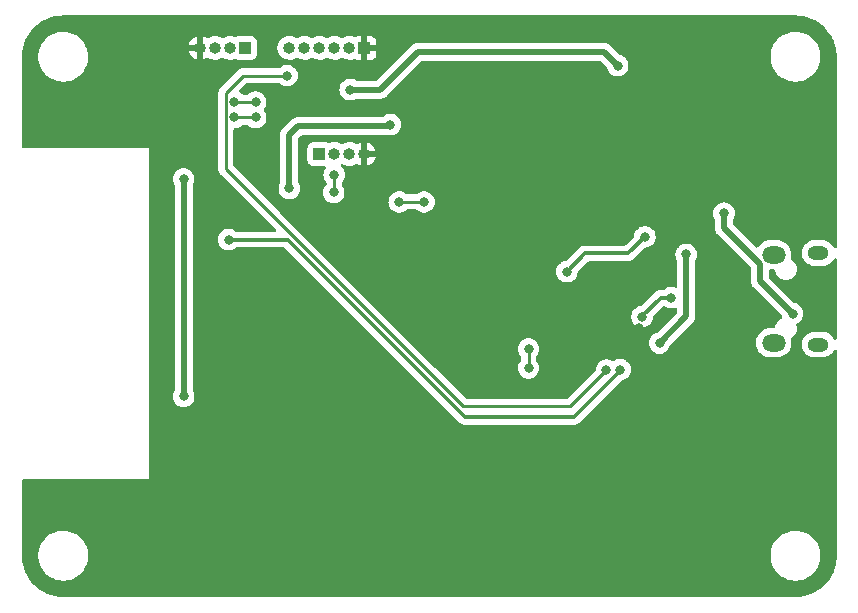
<source format=gbr>
%TF.GenerationSoftware,KiCad,Pcbnew,(6.0.2)*%
%TF.CreationDate,2022-04-08T16:17:17-05:00*%
%TF.ProjectId,Tlapixki-HelloWorld,546c6170-6978-46b6-992d-48656c6c6f57,rev?*%
%TF.SameCoordinates,Original*%
%TF.FileFunction,Copper,L2,Bot*%
%TF.FilePolarity,Positive*%
%FSLAX46Y46*%
G04 Gerber Fmt 4.6, Leading zero omitted, Abs format (unit mm)*
G04 Created by KiCad (PCBNEW (6.0.2)) date 2022-04-08 16:17:17*
%MOMM*%
%LPD*%
G01*
G04 APERTURE LIST*
%TA.AperFunction,ComponentPad*%
%ADD10R,1.000000X1.000000*%
%TD*%
%TA.AperFunction,ComponentPad*%
%ADD11O,1.000000X1.000000*%
%TD*%
%TA.AperFunction,ComponentPad*%
%ADD12O,1.800000X1.150000*%
%TD*%
%TA.AperFunction,ComponentPad*%
%ADD13O,2.000000X1.450000*%
%TD*%
%TA.AperFunction,ViaPad*%
%ADD14C,0.800000*%
%TD*%
%TA.AperFunction,Conductor*%
%ADD15C,0.300000*%
%TD*%
%TA.AperFunction,Conductor*%
%ADD16C,0.250000*%
%TD*%
%TA.AperFunction,Conductor*%
%ADD17C,0.500000*%
%TD*%
G04 APERTURE END LIST*
D10*
%TO.P,J2,1,Pin_1*%
%TO.N,GND*%
X86500000Y-100500000D03*
D11*
%TO.P,J2,2,Pin_2*%
%TO.N,unconnected-(J2-Pad2)*%
X85230000Y-100500000D03*
%TO.P,J2,3,Pin_3*%
%TO.N,+3V3*%
X83960000Y-100500000D03*
%TO.P,J2,4,Pin_4*%
%TO.N,RX0*%
X82690000Y-100500000D03*
%TO.P,J2,5,Pin_5*%
%TO.N,TX0*%
X81420000Y-100500000D03*
%TO.P,J2,6,Pin_6*%
%TO.N,unconnected-(J2-Pad6)*%
X80150000Y-100500000D03*
%TD*%
D12*
%TO.P,J1,6,Shield*%
%TO.N,unconnected-(J1-Pad6)*%
X124950000Y-125625000D03*
D13*
X121150000Y-118025000D03*
X121150000Y-125475000D03*
D12*
X124950000Y-117875000D03*
%TD*%
D10*
%TO.P,J3,1,Pin_1*%
%TO.N,SDA*%
X76400000Y-100500000D03*
D11*
%TO.P,J3,2,Pin_2*%
%TO.N,SCL*%
X75130000Y-100500000D03*
%TO.P,J3,3,Pin_3*%
%TO.N,+3V3*%
X73860000Y-100500000D03*
%TO.P,J3,4,Pin_4*%
%TO.N,GND*%
X72590000Y-100500000D03*
%TD*%
D10*
%TO.P,J4,1,Pin_1*%
%TO.N,+3V3*%
X82690000Y-109500000D03*
D11*
%TO.P,J4,2,Pin_2*%
%TO.N,RX2*%
X83960000Y-109500000D03*
%TO.P,J4,3,Pin_3*%
%TO.N,TX2*%
X85230000Y-109500000D03*
%TO.P,J4,4,Pin_4*%
%TO.N,GND*%
X86500000Y-109500000D03*
%TD*%
D14*
%TO.N,GND*%
X69945000Y-133195000D03*
X80750000Y-125750000D03*
X80750000Y-124750000D03*
X80750000Y-123750000D03*
X80750000Y-121750000D03*
X80750000Y-122750000D03*
X74250000Y-125750000D03*
X74250000Y-124750000D03*
X74250000Y-123750000D03*
X74250000Y-122750000D03*
X74250000Y-121750000D03*
%TO.N,VBUS*%
X116950000Y-114500000D03*
X122750000Y-123000000D03*
%TO.N,GND*%
X73900000Y-136000000D03*
X88100000Y-109500000D03*
X70750000Y-100500000D03*
X70000000Y-112750000D03*
X93100000Y-111900000D03*
X120250000Y-116250000D03*
X89050000Y-129100000D03*
X111500000Y-127000000D03*
X88150000Y-100500000D03*
X123000000Y-120500000D03*
X109750000Y-124250000D03*
X69700000Y-135850000D03*
X98250000Y-111850000D03*
X103750000Y-110650000D03*
X106950000Y-116531321D03*
X105900000Y-119200000D03*
X103750000Y-109500000D03*
%TO.N,+3V3*%
X71200000Y-111600000D03*
X71200000Y-130000000D03*
X113750000Y-118000000D03*
X85300000Y-104050000D03*
X107950000Y-102000000D03*
X111500000Y-125500000D03*
%TO.N,/USB_D+*%
X110012287Y-123254096D03*
X112500000Y-121655500D03*
%TO.N,RX0*%
X75000000Y-116750000D03*
X77300000Y-106400000D03*
X108150000Y-127750000D03*
X75500000Y-106400000D03*
%TO.N,TX0*%
X79950000Y-102850000D03*
X107000000Y-127800000D03*
%TO.N,RX2*%
X83900000Y-112750000D03*
X83950000Y-111250000D03*
%TO.N,DTR*%
X100400000Y-127600000D03*
X100400000Y-126000000D03*
%TO.N,GPIO0*%
X89450000Y-113550000D03*
X91550000Y-113550000D03*
%TO.N,Net-(R3-Pad1)*%
X110250000Y-116500000D03*
X103650000Y-119450000D03*
%TO.N,GPIO18*%
X88700000Y-107000000D03*
X80150000Y-112400000D03*
%TO.N,Net-(R5-Pad1)*%
X77300000Y-105100000D03*
X75500000Y-105050000D03*
%TD*%
D15*
%TO.N,RX0*%
X104250000Y-131750000D02*
X108150000Y-127850000D01*
X108150000Y-127850000D02*
X108150000Y-127750000D01*
X80000000Y-116750000D02*
X95000000Y-131750000D01*
X95000000Y-131750000D02*
X104250000Y-131750000D01*
X75000000Y-116750000D02*
X80000000Y-116750000D01*
D16*
%TO.N,TX0*%
X103950000Y-130850000D02*
X107000000Y-127800000D01*
X74775489Y-110775489D02*
X94850000Y-130850000D01*
X74775489Y-104324511D02*
X74775489Y-110775489D01*
X94850000Y-130850000D02*
X103950000Y-130850000D01*
X76250000Y-102850000D02*
X74775489Y-104324511D01*
X79950000Y-102850000D02*
X76250000Y-102850000D01*
D17*
%TO.N,VBUS*%
X116950000Y-114500000D02*
X116950000Y-115761022D01*
X120000000Y-120250000D02*
X122750000Y-123000000D01*
X116950000Y-115761022D02*
X120000000Y-118811022D01*
X120000000Y-118811022D02*
X120000000Y-120250000D01*
%TO.N,+3V3*%
X71200000Y-111600000D02*
X71200000Y-130000000D01*
X91050000Y-100850000D02*
X106800000Y-100850000D01*
X113750000Y-123250000D02*
X111500000Y-125500000D01*
X113750000Y-118000000D02*
X113750000Y-123250000D01*
X87850000Y-104050000D02*
X91050000Y-100850000D01*
X85300000Y-104050000D02*
X87850000Y-104050000D01*
X106800000Y-100850000D02*
X107950000Y-102000000D01*
D15*
%TO.N,/USB_D+*%
X111594500Y-121655500D02*
X112500000Y-121655500D01*
X110012287Y-123254096D02*
X110012287Y-123237713D01*
X110012287Y-123237713D02*
X111594500Y-121655500D01*
D16*
%TO.N,RX0*%
X75500000Y-106400000D02*
X77300000Y-106400000D01*
%TO.N,RX2*%
X83950000Y-111250000D02*
X83950000Y-112700000D01*
X83950000Y-112700000D02*
X83900000Y-112750000D01*
%TO.N,DTR*%
X100400000Y-126000000D02*
X100400000Y-127600000D01*
%TO.N,GPIO0*%
X91550000Y-113550000D02*
X89450000Y-113550000D01*
D15*
%TO.N,Net-(R3-Pad1)*%
X105200000Y-117900000D02*
X103650000Y-119450000D01*
X108850000Y-117900000D02*
X105200000Y-117900000D01*
X110250000Y-116500000D02*
X108850000Y-117900000D01*
D17*
%TO.N,GPIO18*%
X80850000Y-107150000D02*
X80100000Y-107900000D01*
X80100000Y-107900000D02*
X80100000Y-112350000D01*
X88650000Y-106950000D02*
X88700000Y-107000000D01*
X88450000Y-107150000D02*
X80850000Y-107150000D01*
X80100000Y-112350000D02*
X80150000Y-112400000D01*
D16*
%TO.N,Net-(R5-Pad1)*%
X77300000Y-105100000D02*
X75775386Y-105100000D01*
%TD*%
%TA.AperFunction,Conductor*%
%TO.N,GND*%
G36*
X122970057Y-97759500D02*
G01*
X122984858Y-97761805D01*
X122984861Y-97761805D01*
X122993730Y-97763186D01*
X123013054Y-97760659D01*
X123035570Y-97759747D01*
X123336100Y-97774512D01*
X123348394Y-97775722D01*
X123675139Y-97824191D01*
X123687249Y-97826599D01*
X124007674Y-97906861D01*
X124019507Y-97910451D01*
X124330494Y-98021725D01*
X124341918Y-98026456D01*
X124640523Y-98167685D01*
X124651428Y-98173514D01*
X124934745Y-98343328D01*
X124945026Y-98350198D01*
X125210329Y-98546960D01*
X125219887Y-98554804D01*
X125464630Y-98776626D01*
X125473374Y-98785370D01*
X125695196Y-99030113D01*
X125703040Y-99039671D01*
X125899802Y-99304974D01*
X125906672Y-99315255D01*
X125910295Y-99321299D01*
X126058879Y-99569196D01*
X126076486Y-99598572D01*
X126082313Y-99609473D01*
X126115837Y-99680354D01*
X126223544Y-99908082D01*
X126228275Y-99919506D01*
X126305106Y-100134231D01*
X126338919Y-100228731D01*
X126339549Y-100230493D01*
X126343138Y-100242324D01*
X126420462Y-100551016D01*
X126423399Y-100562743D01*
X126425809Y-100574861D01*
X126470042Y-100873050D01*
X126474277Y-100901601D01*
X126475489Y-100913907D01*
X126489890Y-101207062D01*
X126488543Y-101232624D01*
X126488195Y-101234857D01*
X126488195Y-101234861D01*
X126486814Y-101243730D01*
X126487978Y-101252632D01*
X126487978Y-101252635D01*
X126490936Y-101275251D01*
X126492000Y-101291589D01*
X126492000Y-117352298D01*
X126471998Y-117420419D01*
X126418342Y-117466912D01*
X126348068Y-117477016D01*
X126283488Y-117447522D01*
X126251299Y-117404449D01*
X126240709Y-117381158D01*
X126218555Y-117332432D01*
X126098935Y-117163799D01*
X126094612Y-117159661D01*
X126094608Y-117159656D01*
X125953918Y-117024975D01*
X125949585Y-117020827D01*
X125944546Y-117017573D01*
X125944543Y-117017571D01*
X125780935Y-116911932D01*
X125780936Y-116911932D01*
X125775894Y-116908677D01*
X125770331Y-116906435D01*
X125770327Y-116906433D01*
X125589699Y-116833638D01*
X125589696Y-116833637D01*
X125584130Y-116831394D01*
X125463814Y-116807898D01*
X125385658Y-116792635D01*
X125385655Y-116792635D01*
X125381212Y-116791767D01*
X125375753Y-116791500D01*
X124573349Y-116791500D01*
X124419183Y-116806209D01*
X124220793Y-116864410D01*
X124215466Y-116867154D01*
X124215465Y-116867154D01*
X124042318Y-116956330D01*
X124042315Y-116956332D01*
X124036987Y-116959076D01*
X123874399Y-117086791D01*
X123870468Y-117091321D01*
X123870467Y-117091322D01*
X123839265Y-117127279D01*
X123738894Y-117242947D01*
X123635362Y-117421908D01*
X123567539Y-117617219D01*
X123566678Y-117623154D01*
X123566678Y-117623156D01*
X123546526Y-117762142D01*
X123537871Y-117821831D01*
X123547431Y-118028361D01*
X123548835Y-118034186D01*
X123548835Y-118034187D01*
X123587882Y-118196206D01*
X123595871Y-118229357D01*
X123681445Y-118417568D01*
X123744921Y-118507053D01*
X123796549Y-118579834D01*
X123801065Y-118586201D01*
X123805388Y-118590339D01*
X123805392Y-118590344D01*
X123928452Y-118708148D01*
X123950415Y-118729173D01*
X123955454Y-118732427D01*
X123955457Y-118732429D01*
X124046051Y-118790924D01*
X124124106Y-118841323D01*
X124129669Y-118843565D01*
X124129673Y-118843567D01*
X124310301Y-118916362D01*
X124310304Y-118916363D01*
X124315870Y-118918606D01*
X124416561Y-118938269D01*
X124514342Y-118957365D01*
X124514345Y-118957365D01*
X124518788Y-118958233D01*
X124524247Y-118958500D01*
X125326651Y-118958500D01*
X125480817Y-118943791D01*
X125679207Y-118885590D01*
X125771477Y-118838068D01*
X125857682Y-118793670D01*
X125857685Y-118793668D01*
X125863013Y-118790924D01*
X126025601Y-118663209D01*
X126161106Y-118507053D01*
X126256936Y-118341405D01*
X126308361Y-118292456D01*
X126378087Y-118279081D01*
X126443975Y-118305525D01*
X126485106Y-118363393D01*
X126492000Y-118404500D01*
X126492000Y-125102298D01*
X126471998Y-125170419D01*
X126418342Y-125216912D01*
X126348068Y-125227016D01*
X126283488Y-125197522D01*
X126251299Y-125154449D01*
X126221035Y-125087887D01*
X126218555Y-125082432D01*
X126098935Y-124913799D01*
X126094612Y-124909661D01*
X126094608Y-124909656D01*
X125953918Y-124774975D01*
X125949585Y-124770827D01*
X125944546Y-124767573D01*
X125944543Y-124767571D01*
X125780935Y-124661932D01*
X125780936Y-124661932D01*
X125775894Y-124658677D01*
X125770331Y-124656435D01*
X125770327Y-124656433D01*
X125589699Y-124583638D01*
X125589696Y-124583637D01*
X125584130Y-124581394D01*
X125463814Y-124557898D01*
X125385658Y-124542635D01*
X125385655Y-124542635D01*
X125381212Y-124541767D01*
X125375753Y-124541500D01*
X124573349Y-124541500D01*
X124419183Y-124556209D01*
X124220793Y-124614410D01*
X124215466Y-124617154D01*
X124215465Y-124617154D01*
X124042318Y-124706330D01*
X124042315Y-124706332D01*
X124036987Y-124709076D01*
X123874399Y-124836791D01*
X123738894Y-124992947D01*
X123635362Y-125171908D01*
X123567539Y-125367219D01*
X123566678Y-125373154D01*
X123566678Y-125373156D01*
X123554355Y-125458148D01*
X123537871Y-125571831D01*
X123547431Y-125778361D01*
X123548835Y-125784186D01*
X123548835Y-125784187D01*
X123570761Y-125875164D01*
X123595871Y-125979357D01*
X123598353Y-125984815D01*
X123598354Y-125984819D01*
X123637832Y-126071645D01*
X123681445Y-126167568D01*
X123801065Y-126336201D01*
X123805388Y-126340339D01*
X123805392Y-126340344D01*
X123927997Y-126457712D01*
X123950415Y-126479173D01*
X123955454Y-126482427D01*
X123955457Y-126482429D01*
X124049931Y-126543429D01*
X124124106Y-126591323D01*
X124129669Y-126593565D01*
X124129673Y-126593567D01*
X124310301Y-126666362D01*
X124310304Y-126666363D01*
X124315870Y-126668606D01*
X124416561Y-126688269D01*
X124514342Y-126707365D01*
X124514345Y-126707365D01*
X124518788Y-126708233D01*
X124524247Y-126708500D01*
X125326651Y-126708500D01*
X125480817Y-126693791D01*
X125679207Y-126635590D01*
X125785989Y-126580594D01*
X125857682Y-126543670D01*
X125857685Y-126543668D01*
X125863013Y-126540924D01*
X126025601Y-126413209D01*
X126056780Y-126377279D01*
X126157174Y-126261584D01*
X126161106Y-126257053D01*
X126256936Y-126091405D01*
X126308361Y-126042456D01*
X126378087Y-126029081D01*
X126443975Y-126055525D01*
X126485106Y-126113393D01*
X126492000Y-126154500D01*
X126492000Y-143450672D01*
X126490500Y-143470056D01*
X126486814Y-143493730D01*
X126489274Y-143512539D01*
X126489341Y-143513050D01*
X126490253Y-143535570D01*
X126475489Y-143836093D01*
X126475489Y-143836094D01*
X126474278Y-143848394D01*
X126463378Y-143921876D01*
X126425811Y-144175130D01*
X126423401Y-144187249D01*
X126415240Y-144219830D01*
X126343139Y-144507674D01*
X126339549Y-144519507D01*
X126228275Y-144830494D01*
X126223544Y-144841918D01*
X126082315Y-145140523D01*
X126076486Y-145151428D01*
X125906672Y-145434745D01*
X125899802Y-145445026D01*
X125703040Y-145710329D01*
X125695196Y-145719887D01*
X125473374Y-145964630D01*
X125464630Y-145973374D01*
X125219887Y-146195196D01*
X125210329Y-146203040D01*
X124945026Y-146399802D01*
X124934745Y-146406672D01*
X124651428Y-146576486D01*
X124640523Y-146582315D01*
X124341918Y-146723544D01*
X124330494Y-146728275D01*
X124019507Y-146839549D01*
X124007676Y-146843138D01*
X123687249Y-146923401D01*
X123675139Y-146925809D01*
X123348394Y-146974278D01*
X123336098Y-146975489D01*
X123247344Y-146979849D01*
X123042938Y-146989890D01*
X123017376Y-146988543D01*
X123015143Y-146988195D01*
X123015139Y-146988195D01*
X123006270Y-146986814D01*
X122997368Y-146987978D01*
X122997365Y-146987978D01*
X122978083Y-146990500D01*
X122975728Y-146990808D01*
X122974749Y-146990936D01*
X122958411Y-146992000D01*
X61049328Y-146992000D01*
X61029943Y-146990500D01*
X61015142Y-146988195D01*
X61015139Y-146988195D01*
X61006270Y-146986814D01*
X60986946Y-146989341D01*
X60964430Y-146990253D01*
X60663900Y-146975488D01*
X60651606Y-146974278D01*
X60324861Y-146925809D01*
X60312751Y-146923401D01*
X59992324Y-146843138D01*
X59980493Y-146839549D01*
X59669506Y-146728275D01*
X59658082Y-146723544D01*
X59359477Y-146582315D01*
X59348572Y-146576486D01*
X59065255Y-146406672D01*
X59054974Y-146399802D01*
X58789671Y-146203040D01*
X58780113Y-146195196D01*
X58535370Y-145973374D01*
X58526626Y-145964630D01*
X58304804Y-145719887D01*
X58296960Y-145710329D01*
X58100198Y-145445026D01*
X58093328Y-145434745D01*
X57923514Y-145151428D01*
X57917685Y-145140523D01*
X57776456Y-144841918D01*
X57771725Y-144830494D01*
X57660451Y-144519507D01*
X57656861Y-144507674D01*
X57584760Y-144219830D01*
X57576599Y-144187249D01*
X57574189Y-144175130D01*
X57536623Y-143921876D01*
X57525722Y-143848394D01*
X57524511Y-143836093D01*
X57514520Y-143632703D01*
X58890743Y-143632703D01*
X58928268Y-143917734D01*
X59004129Y-144195036D01*
X59005813Y-144198984D01*
X59041885Y-144283552D01*
X59116923Y-144459476D01*
X59264561Y-144706161D01*
X59444313Y-144930528D01*
X59652851Y-145128423D01*
X59886317Y-145296186D01*
X59890112Y-145298195D01*
X59890113Y-145298196D01*
X59911869Y-145309715D01*
X60140392Y-145430712D01*
X60410373Y-145529511D01*
X60691264Y-145590755D01*
X60719841Y-145593004D01*
X60914282Y-145608307D01*
X60914291Y-145608307D01*
X60916739Y-145608500D01*
X61072271Y-145608500D01*
X61074407Y-145608354D01*
X61074418Y-145608354D01*
X61282548Y-145594165D01*
X61282554Y-145594164D01*
X61286825Y-145593873D01*
X61291020Y-145593004D01*
X61291022Y-145593004D01*
X61427583Y-145564724D01*
X61568342Y-145535574D01*
X61839343Y-145439607D01*
X62094812Y-145307750D01*
X62098313Y-145305289D01*
X62098317Y-145305287D01*
X62212417Y-145225096D01*
X62330023Y-145142441D01*
X62540622Y-144946740D01*
X62722713Y-144724268D01*
X62872927Y-144479142D01*
X62988483Y-144215898D01*
X63067244Y-143939406D01*
X63107751Y-143654784D01*
X63107845Y-143636951D01*
X63107867Y-143632703D01*
X120890743Y-143632703D01*
X120928268Y-143917734D01*
X121004129Y-144195036D01*
X121005813Y-144198984D01*
X121041885Y-144283552D01*
X121116923Y-144459476D01*
X121264561Y-144706161D01*
X121444313Y-144930528D01*
X121652851Y-145128423D01*
X121886317Y-145296186D01*
X121890112Y-145298195D01*
X121890113Y-145298196D01*
X121911869Y-145309715D01*
X122140392Y-145430712D01*
X122410373Y-145529511D01*
X122691264Y-145590755D01*
X122719841Y-145593004D01*
X122914282Y-145608307D01*
X122914291Y-145608307D01*
X122916739Y-145608500D01*
X123072271Y-145608500D01*
X123074407Y-145608354D01*
X123074418Y-145608354D01*
X123282548Y-145594165D01*
X123282554Y-145594164D01*
X123286825Y-145593873D01*
X123291020Y-145593004D01*
X123291022Y-145593004D01*
X123427583Y-145564724D01*
X123568342Y-145535574D01*
X123839343Y-145439607D01*
X124094812Y-145307750D01*
X124098313Y-145305289D01*
X124098317Y-145305287D01*
X124212417Y-145225096D01*
X124330023Y-145142441D01*
X124540622Y-144946740D01*
X124722713Y-144724268D01*
X124872927Y-144479142D01*
X124988483Y-144215898D01*
X125067244Y-143939406D01*
X125107751Y-143654784D01*
X125107845Y-143636951D01*
X125109235Y-143371583D01*
X125109235Y-143371576D01*
X125109257Y-143367297D01*
X125071732Y-143082266D01*
X124995871Y-142804964D01*
X124883077Y-142540524D01*
X124735439Y-142293839D01*
X124555687Y-142069472D01*
X124347149Y-141871577D01*
X124113683Y-141703814D01*
X124091843Y-141692250D01*
X124068654Y-141679972D01*
X123859608Y-141569288D01*
X123589627Y-141470489D01*
X123308736Y-141409245D01*
X123277685Y-141406801D01*
X123085718Y-141391693D01*
X123085709Y-141391693D01*
X123083261Y-141391500D01*
X122927729Y-141391500D01*
X122925593Y-141391646D01*
X122925582Y-141391646D01*
X122717452Y-141405835D01*
X122717446Y-141405836D01*
X122713175Y-141406127D01*
X122708980Y-141406996D01*
X122708978Y-141406996D01*
X122572417Y-141435276D01*
X122431658Y-141464426D01*
X122160657Y-141560393D01*
X121905188Y-141692250D01*
X121901687Y-141694711D01*
X121901683Y-141694713D01*
X121891594Y-141701804D01*
X121669977Y-141857559D01*
X121459378Y-142053260D01*
X121277287Y-142275732D01*
X121127073Y-142520858D01*
X121011517Y-142784102D01*
X120932756Y-143060594D01*
X120892249Y-143345216D01*
X120892227Y-143349505D01*
X120892226Y-143349512D01*
X120890765Y-143628417D01*
X120890743Y-143632703D01*
X63107867Y-143632703D01*
X63109235Y-143371583D01*
X63109235Y-143371576D01*
X63109257Y-143367297D01*
X63071732Y-143082266D01*
X62995871Y-142804964D01*
X62883077Y-142540524D01*
X62735439Y-142293839D01*
X62555687Y-142069472D01*
X62347149Y-141871577D01*
X62113683Y-141703814D01*
X62091843Y-141692250D01*
X62068654Y-141679972D01*
X61859608Y-141569288D01*
X61589627Y-141470489D01*
X61308736Y-141409245D01*
X61277685Y-141406801D01*
X61085718Y-141391693D01*
X61085709Y-141391693D01*
X61083261Y-141391500D01*
X60927729Y-141391500D01*
X60925593Y-141391646D01*
X60925582Y-141391646D01*
X60717452Y-141405835D01*
X60717446Y-141405836D01*
X60713175Y-141406127D01*
X60708980Y-141406996D01*
X60708978Y-141406996D01*
X60572417Y-141435276D01*
X60431658Y-141464426D01*
X60160657Y-141560393D01*
X59905188Y-141692250D01*
X59901687Y-141694711D01*
X59901683Y-141694713D01*
X59891594Y-141701804D01*
X59669977Y-141857559D01*
X59459378Y-142053260D01*
X59277287Y-142275732D01*
X59127073Y-142520858D01*
X59011517Y-142784102D01*
X58932756Y-143060594D01*
X58892249Y-143345216D01*
X58892227Y-143349505D01*
X58892226Y-143349512D01*
X58890765Y-143628417D01*
X58890743Y-143632703D01*
X57514520Y-143632703D01*
X57510293Y-143546665D01*
X57511886Y-143519586D01*
X57512264Y-143517340D01*
X57512265Y-143517331D01*
X57513071Y-143512539D01*
X57513224Y-143500000D01*
X57509273Y-143472412D01*
X57508000Y-143454549D01*
X57508000Y-137126000D01*
X57528002Y-137057879D01*
X57581658Y-137011386D01*
X57634000Y-137000000D01*
X68230000Y-137000000D01*
X68230000Y-130000000D01*
X70286496Y-130000000D01*
X70306458Y-130189928D01*
X70365473Y-130371556D01*
X70460960Y-130536944D01*
X70588747Y-130678866D01*
X70743248Y-130791118D01*
X70749276Y-130793802D01*
X70749278Y-130793803D01*
X70911681Y-130866109D01*
X70917712Y-130868794D01*
X71011112Y-130888647D01*
X71098056Y-130907128D01*
X71098061Y-130907128D01*
X71104513Y-130908500D01*
X71295487Y-130908500D01*
X71301939Y-130907128D01*
X71301944Y-130907128D01*
X71388888Y-130888647D01*
X71482288Y-130868794D01*
X71488319Y-130866109D01*
X71650722Y-130793803D01*
X71650724Y-130793802D01*
X71656752Y-130791118D01*
X71811253Y-130678866D01*
X71939040Y-130536944D01*
X72034527Y-130371556D01*
X72093542Y-130189928D01*
X72113504Y-130000000D01*
X72093542Y-129810072D01*
X72034527Y-129628444D01*
X71975381Y-129526000D01*
X71958500Y-129463001D01*
X71958500Y-116750000D01*
X74086496Y-116750000D01*
X74087186Y-116756565D01*
X74103516Y-116911932D01*
X74106458Y-116939928D01*
X74165473Y-117121556D01*
X74168776Y-117127278D01*
X74168777Y-117127279D01*
X74187470Y-117159656D01*
X74260960Y-117286944D01*
X74265378Y-117291851D01*
X74265379Y-117291852D01*
X74381141Y-117420419D01*
X74388747Y-117428866D01*
X74543248Y-117541118D01*
X74549276Y-117543802D01*
X74549278Y-117543803D01*
X74711681Y-117616109D01*
X74717712Y-117618794D01*
X74792680Y-117634729D01*
X74898056Y-117657128D01*
X74898061Y-117657128D01*
X74904513Y-117658500D01*
X75095487Y-117658500D01*
X75101939Y-117657128D01*
X75101944Y-117657128D01*
X75207320Y-117634729D01*
X75282288Y-117618794D01*
X75288319Y-117616109D01*
X75450722Y-117543803D01*
X75450724Y-117543802D01*
X75456752Y-117541118D01*
X75484934Y-117520643D01*
X75588489Y-117445405D01*
X75606163Y-117432564D01*
X75673031Y-117408706D01*
X75680224Y-117408500D01*
X79675050Y-117408500D01*
X79743171Y-117428502D01*
X79764145Y-117445405D01*
X94476341Y-132157600D01*
X94484331Y-132166381D01*
X94484339Y-132166390D01*
X94488584Y-132173080D01*
X94510514Y-132193674D01*
X94540274Y-132221620D01*
X94543116Y-132224375D01*
X94563667Y-132244926D01*
X94566801Y-132247357D01*
X94567163Y-132247638D01*
X94576191Y-132255348D01*
X94609867Y-132286972D01*
X94616818Y-132290793D01*
X94616819Y-132290794D01*
X94628655Y-132297301D01*
X94645184Y-132308158D01*
X94655869Y-132316447D01*
X94655871Y-132316448D01*
X94662131Y-132321304D01*
X94704544Y-132339657D01*
X94715181Y-132344868D01*
X94755663Y-132367124D01*
X94763342Y-132369096D01*
X94763343Y-132369096D01*
X94776434Y-132372457D01*
X94795136Y-132378859D01*
X94814823Y-132387379D01*
X94822652Y-132388619D01*
X94860448Y-132394605D01*
X94872074Y-132397013D01*
X94909135Y-132406529D01*
X94909136Y-132406529D01*
X94916812Y-132408500D01*
X94938258Y-132408500D01*
X94957968Y-132410051D01*
X94979151Y-132413406D01*
X95025135Y-132409059D01*
X95036994Y-132408500D01*
X104167944Y-132408500D01*
X104179800Y-132409059D01*
X104179803Y-132409059D01*
X104187537Y-132410788D01*
X104258369Y-132408562D01*
X104262327Y-132408500D01*
X104291432Y-132408500D01*
X104295832Y-132407944D01*
X104307664Y-132407012D01*
X104353831Y-132405562D01*
X104374421Y-132399580D01*
X104393782Y-132395570D01*
X104401424Y-132394605D01*
X104407204Y-132393875D01*
X104407205Y-132393875D01*
X104415064Y-132392882D01*
X104422429Y-132389966D01*
X104422433Y-132389965D01*
X104458021Y-132375874D01*
X104469231Y-132372035D01*
X104513600Y-132359145D01*
X104532065Y-132348225D01*
X104549805Y-132339534D01*
X104569756Y-132331635D01*
X104607129Y-132304482D01*
X104617048Y-132297967D01*
X104649977Y-132278493D01*
X104649981Y-132278490D01*
X104656807Y-132274453D01*
X104671971Y-132259289D01*
X104687005Y-132246448D01*
X104697943Y-132238501D01*
X104704357Y-132233841D01*
X104733803Y-132198247D01*
X104741792Y-132189468D01*
X108253730Y-128677530D01*
X108316627Y-128643379D01*
X108432288Y-128618794D01*
X108438319Y-128616109D01*
X108600722Y-128543803D01*
X108600724Y-128543802D01*
X108606752Y-128541118D01*
X108761253Y-128428866D01*
X108792824Y-128393803D01*
X108884621Y-128291852D01*
X108884622Y-128291851D01*
X108889040Y-128286944D01*
X108984527Y-128121556D01*
X109043542Y-127939928D01*
X109063504Y-127750000D01*
X109043542Y-127560072D01*
X108984527Y-127378444D01*
X108889040Y-127213056D01*
X108761253Y-127071134D01*
X108638278Y-126981787D01*
X108612094Y-126962763D01*
X108612093Y-126962762D01*
X108606752Y-126958882D01*
X108600724Y-126956198D01*
X108600722Y-126956197D01*
X108438319Y-126883891D01*
X108438318Y-126883891D01*
X108432288Y-126881206D01*
X108338888Y-126861353D01*
X108251944Y-126842872D01*
X108251939Y-126842872D01*
X108245487Y-126841500D01*
X108054513Y-126841500D01*
X108048061Y-126842872D01*
X108048056Y-126842872D01*
X107961112Y-126861353D01*
X107867712Y-126881206D01*
X107861682Y-126883891D01*
X107861681Y-126883891D01*
X107699278Y-126956197D01*
X107699276Y-126956198D01*
X107693248Y-126958882D01*
X107614651Y-127015987D01*
X107547785Y-127039844D01*
X107478633Y-127023764D01*
X107466531Y-127015987D01*
X107466530Y-127015986D01*
X107456752Y-127008882D01*
X107450724Y-127006198D01*
X107450722Y-127006197D01*
X107288319Y-126933891D01*
X107288318Y-126933891D01*
X107282288Y-126931206D01*
X107188887Y-126911353D01*
X107101944Y-126892872D01*
X107101939Y-126892872D01*
X107095487Y-126891500D01*
X106904513Y-126891500D01*
X106898061Y-126892872D01*
X106898056Y-126892872D01*
X106811113Y-126911353D01*
X106717712Y-126931206D01*
X106711682Y-126933891D01*
X106711681Y-126933891D01*
X106549278Y-127006197D01*
X106549276Y-127006198D01*
X106543248Y-127008882D01*
X106388747Y-127121134D01*
X106384326Y-127126044D01*
X106384325Y-127126045D01*
X106300832Y-127218774D01*
X106260960Y-127263056D01*
X106165473Y-127428444D01*
X106106458Y-127610072D01*
X106105768Y-127616633D01*
X106105768Y-127616635D01*
X106089093Y-127775292D01*
X106062080Y-127840949D01*
X106052878Y-127851217D01*
X103724500Y-130179595D01*
X103662188Y-130213621D01*
X103635405Y-130216500D01*
X95164594Y-130216500D01*
X95096473Y-130196498D01*
X95075499Y-130179595D01*
X92495904Y-127600000D01*
X99486496Y-127600000D01*
X99506458Y-127789928D01*
X99565473Y-127971556D01*
X99660960Y-128136944D01*
X99788747Y-128278866D01*
X99943248Y-128391118D01*
X99949276Y-128393802D01*
X99949278Y-128393803D01*
X100036753Y-128432749D01*
X100117712Y-128468794D01*
X100211112Y-128488647D01*
X100298056Y-128507128D01*
X100298061Y-128507128D01*
X100304513Y-128508500D01*
X100495487Y-128508500D01*
X100501939Y-128507128D01*
X100501944Y-128507128D01*
X100588888Y-128488647D01*
X100682288Y-128468794D01*
X100763247Y-128432749D01*
X100850722Y-128393803D01*
X100850724Y-128393802D01*
X100856752Y-128391118D01*
X101011253Y-128278866D01*
X101139040Y-128136944D01*
X101234527Y-127971556D01*
X101293542Y-127789928D01*
X101313504Y-127600000D01*
X101295473Y-127428444D01*
X101294232Y-127416635D01*
X101294232Y-127416633D01*
X101293542Y-127410072D01*
X101234527Y-127228444D01*
X101139040Y-127063056D01*
X101065863Y-126981785D01*
X101035147Y-126917779D01*
X101033500Y-126897476D01*
X101033500Y-126702524D01*
X101053502Y-126634403D01*
X101065858Y-126618221D01*
X101139040Y-126536944D01*
X101213197Y-126408500D01*
X101231223Y-126377279D01*
X101231224Y-126377278D01*
X101234527Y-126371556D01*
X101293542Y-126189928D01*
X101295379Y-126172455D01*
X101312814Y-126006565D01*
X101313504Y-126000000D01*
X101300606Y-125877279D01*
X101294232Y-125816635D01*
X101294232Y-125816633D01*
X101293542Y-125810072D01*
X101234527Y-125628444D01*
X101139040Y-125463056D01*
X101119816Y-125441705D01*
X101015675Y-125326045D01*
X101015674Y-125326044D01*
X101011253Y-125321134D01*
X100868619Y-125217504D01*
X100862094Y-125212763D01*
X100862093Y-125212762D01*
X100856752Y-125208882D01*
X100850724Y-125206198D01*
X100850722Y-125206197D01*
X100688319Y-125133891D01*
X100688318Y-125133891D01*
X100682288Y-125131206D01*
X100588888Y-125111353D01*
X100501944Y-125092872D01*
X100501939Y-125092872D01*
X100495487Y-125091500D01*
X100304513Y-125091500D01*
X100298061Y-125092872D01*
X100298056Y-125092872D01*
X100211112Y-125111353D01*
X100117712Y-125131206D01*
X100111682Y-125133891D01*
X100111681Y-125133891D01*
X99949278Y-125206197D01*
X99949276Y-125206198D01*
X99943248Y-125208882D01*
X99937907Y-125212762D01*
X99937906Y-125212763D01*
X99931381Y-125217504D01*
X99788747Y-125321134D01*
X99784326Y-125326044D01*
X99784325Y-125326045D01*
X99680185Y-125441705D01*
X99660960Y-125463056D01*
X99565473Y-125628444D01*
X99506458Y-125810072D01*
X99505768Y-125816633D01*
X99505768Y-125816635D01*
X99499394Y-125877279D01*
X99486496Y-126000000D01*
X99487186Y-126006565D01*
X99504622Y-126172455D01*
X99506458Y-126189928D01*
X99565473Y-126371556D01*
X99568776Y-126377278D01*
X99568777Y-126377279D01*
X99586803Y-126408500D01*
X99660960Y-126536944D01*
X99734137Y-126618215D01*
X99764853Y-126682221D01*
X99766500Y-126702524D01*
X99766500Y-126897476D01*
X99746498Y-126965597D01*
X99734142Y-126981779D01*
X99660960Y-127063056D01*
X99565473Y-127228444D01*
X99506458Y-127410072D01*
X99505768Y-127416633D01*
X99505768Y-127416635D01*
X99504527Y-127428444D01*
X99486496Y-127600000D01*
X92495904Y-127600000D01*
X88150001Y-123254096D01*
X109098783Y-123254096D01*
X109099473Y-123260661D01*
X109115951Y-123417437D01*
X109118745Y-123444024D01*
X109177760Y-123625652D01*
X109273247Y-123791040D01*
X109401034Y-123932962D01*
X109555535Y-124045214D01*
X109561563Y-124047898D01*
X109561565Y-124047899D01*
X109723968Y-124120205D01*
X109729999Y-124122890D01*
X109823399Y-124142743D01*
X109910343Y-124161224D01*
X109910348Y-124161224D01*
X109916800Y-124162596D01*
X110107774Y-124162596D01*
X110114226Y-124161224D01*
X110114231Y-124161224D01*
X110201175Y-124142743D01*
X110294575Y-124122890D01*
X110300606Y-124120205D01*
X110463009Y-124047899D01*
X110463011Y-124047898D01*
X110469039Y-124045214D01*
X110623540Y-123932962D01*
X110751327Y-123791040D01*
X110846814Y-123625652D01*
X110872053Y-123547976D01*
X110903789Y-123450303D01*
X110903789Y-123450301D01*
X110905829Y-123444024D01*
X110920966Y-123300004D01*
X110947979Y-123234347D01*
X110957181Y-123224079D01*
X111788411Y-122392849D01*
X111850723Y-122358823D01*
X111921538Y-122363888D01*
X111951567Y-122380008D01*
X112008500Y-122421372D01*
X112043248Y-122446618D01*
X112049276Y-122449302D01*
X112049278Y-122449303D01*
X112088710Y-122466859D01*
X112217712Y-122524294D01*
X112311112Y-122544147D01*
X112398056Y-122562628D01*
X112398061Y-122562628D01*
X112404513Y-122564000D01*
X112595487Y-122564000D01*
X112601939Y-122562628D01*
X112601944Y-122562628D01*
X112688888Y-122544147D01*
X112782288Y-122524294D01*
X112814252Y-122510063D01*
X112884618Y-122500629D01*
X112948915Y-122530735D01*
X112986728Y-122590824D01*
X112991500Y-122625170D01*
X112991500Y-122883629D01*
X112971498Y-122951750D01*
X112954595Y-122972724D01*
X111343669Y-124583650D01*
X111280772Y-124617801D01*
X111224176Y-124629831D01*
X111224167Y-124629834D01*
X111217712Y-124631206D01*
X111211682Y-124633891D01*
X111211681Y-124633891D01*
X111049278Y-124706197D01*
X111049276Y-124706198D01*
X111043248Y-124708882D01*
X110888747Y-124821134D01*
X110884326Y-124826044D01*
X110884325Y-124826045D01*
X110788249Y-124932749D01*
X110760960Y-124963056D01*
X110740703Y-124998142D01*
X110686011Y-125092872D01*
X110665473Y-125128444D01*
X110606458Y-125310072D01*
X110586496Y-125500000D01*
X110606458Y-125689928D01*
X110665473Y-125871556D01*
X110760960Y-126036944D01*
X110765378Y-126041851D01*
X110765379Y-126041852D01*
X110884325Y-126173955D01*
X110888747Y-126178866D01*
X111043248Y-126291118D01*
X111049276Y-126293802D01*
X111049278Y-126293803D01*
X111209799Y-126365271D01*
X111217712Y-126368794D01*
X111311113Y-126388647D01*
X111398056Y-126407128D01*
X111398061Y-126407128D01*
X111404513Y-126408500D01*
X111595487Y-126408500D01*
X111601939Y-126407128D01*
X111601944Y-126407128D01*
X111688887Y-126388647D01*
X111782288Y-126368794D01*
X111790201Y-126365271D01*
X111950722Y-126293803D01*
X111950724Y-126293802D01*
X111956752Y-126291118D01*
X112111253Y-126178866D01*
X112115675Y-126173955D01*
X112234621Y-126041852D01*
X112234622Y-126041851D01*
X112239040Y-126036944D01*
X112334527Y-125871556D01*
X112389387Y-125702714D01*
X112420125Y-125652556D01*
X114238911Y-123833770D01*
X114253323Y-123821384D01*
X114264918Y-123812851D01*
X114264923Y-123812846D01*
X114270818Y-123808508D01*
X114275557Y-123802930D01*
X114275560Y-123802927D01*
X114305035Y-123768232D01*
X114311965Y-123760716D01*
X114317661Y-123755020D01*
X114319924Y-123752159D01*
X114319929Y-123752154D01*
X114335293Y-123732734D01*
X114338082Y-123729333D01*
X114380592Y-123679296D01*
X114380594Y-123679294D01*
X114385333Y-123673715D01*
X114388662Y-123667195D01*
X114392028Y-123662148D01*
X114395193Y-123657024D01*
X114399735Y-123651283D01*
X114409040Y-123631375D01*
X114430634Y-123585170D01*
X114432565Y-123581218D01*
X114435207Y-123576045D01*
X114465769Y-123516192D01*
X114467508Y-123509086D01*
X114469609Y-123503436D01*
X114471524Y-123497679D01*
X114474622Y-123491050D01*
X114489491Y-123419565D01*
X114490461Y-123415282D01*
X114507808Y-123344390D01*
X114508500Y-123333236D01*
X114508535Y-123333238D01*
X114508775Y-123329266D01*
X114509152Y-123325045D01*
X114510641Y-123317885D01*
X114508546Y-123240458D01*
X114508500Y-123237050D01*
X114508500Y-118536999D01*
X114525381Y-118473999D01*
X114581223Y-118377279D01*
X114581224Y-118377278D01*
X114584527Y-118371556D01*
X114643542Y-118189928D01*
X114663504Y-118000000D01*
X114643542Y-117810072D01*
X114584527Y-117628444D01*
X114577406Y-117616109D01*
X114534109Y-117541118D01*
X114489040Y-117463056D01*
X114461752Y-117432749D01*
X114365675Y-117326045D01*
X114365674Y-117326044D01*
X114361253Y-117321134D01*
X114248840Y-117239461D01*
X114212094Y-117212763D01*
X114212093Y-117212762D01*
X114206752Y-117208882D01*
X114200724Y-117206198D01*
X114200722Y-117206197D01*
X114038319Y-117133891D01*
X114038318Y-117133891D01*
X114032288Y-117131206D01*
X113938888Y-117111353D01*
X113851944Y-117092872D01*
X113851939Y-117092872D01*
X113845487Y-117091500D01*
X113654513Y-117091500D01*
X113648061Y-117092872D01*
X113648056Y-117092872D01*
X113561112Y-117111353D01*
X113467712Y-117131206D01*
X113461682Y-117133891D01*
X113461681Y-117133891D01*
X113299278Y-117206197D01*
X113299276Y-117206198D01*
X113293248Y-117208882D01*
X113287907Y-117212762D01*
X113287906Y-117212763D01*
X113251160Y-117239461D01*
X113138747Y-117321134D01*
X113134326Y-117326044D01*
X113134325Y-117326045D01*
X113038249Y-117432749D01*
X113010960Y-117463056D01*
X112965891Y-117541118D01*
X112922595Y-117616109D01*
X112915473Y-117628444D01*
X112856458Y-117810072D01*
X112836496Y-118000000D01*
X112856458Y-118189928D01*
X112915473Y-118371556D01*
X112918776Y-118377278D01*
X112918777Y-118377279D01*
X112974619Y-118473999D01*
X112991500Y-118536999D01*
X112991500Y-120685830D01*
X112971498Y-120753951D01*
X112917842Y-120800444D01*
X112847568Y-120810548D01*
X112814252Y-120800937D01*
X112782288Y-120786706D01*
X112688887Y-120766853D01*
X112601944Y-120748372D01*
X112601939Y-120748372D01*
X112595487Y-120747000D01*
X112404513Y-120747000D01*
X112398061Y-120748372D01*
X112398056Y-120748372D01*
X112311113Y-120766853D01*
X112217712Y-120786706D01*
X112211682Y-120789391D01*
X112211681Y-120789391D01*
X112049278Y-120861697D01*
X112049276Y-120861698D01*
X112043248Y-120864382D01*
X112037907Y-120868262D01*
X112037906Y-120868263D01*
X111893837Y-120972936D01*
X111826969Y-120996794D01*
X111819776Y-120997000D01*
X111676556Y-120997000D01*
X111664700Y-120996441D01*
X111664697Y-120996441D01*
X111656963Y-120994712D01*
X111601946Y-120996441D01*
X111586131Y-120996938D01*
X111582173Y-120997000D01*
X111553068Y-120997000D01*
X111548668Y-120997556D01*
X111536836Y-120998488D01*
X111490669Y-120999938D01*
X111470079Y-121005920D01*
X111450718Y-121009930D01*
X111443730Y-121010812D01*
X111437296Y-121011625D01*
X111437295Y-121011625D01*
X111429436Y-121012618D01*
X111422071Y-121015534D01*
X111422067Y-121015535D01*
X111386479Y-121029626D01*
X111375269Y-121033465D01*
X111330900Y-121046355D01*
X111312435Y-121057275D01*
X111294695Y-121065966D01*
X111274744Y-121073865D01*
X111237374Y-121101016D01*
X111227452Y-121107533D01*
X111194523Y-121127007D01*
X111194519Y-121127010D01*
X111187693Y-121131047D01*
X111172529Y-121146211D01*
X111157496Y-121159051D01*
X111140143Y-121171659D01*
X111110698Y-121207252D01*
X111102708Y-121216032D01*
X110010049Y-122308691D01*
X109947737Y-122342717D01*
X109929940Y-122344630D01*
X109929969Y-122344906D01*
X109923402Y-122345596D01*
X109916800Y-122345596D01*
X109910348Y-122346968D01*
X109910343Y-122346968D01*
X109830743Y-122363888D01*
X109729999Y-122385302D01*
X109723969Y-122387987D01*
X109723968Y-122387987D01*
X109561565Y-122460293D01*
X109561563Y-122460294D01*
X109555535Y-122462978D01*
X109550194Y-122466858D01*
X109550193Y-122466859D01*
X109503713Y-122500629D01*
X109401034Y-122575230D01*
X109273247Y-122717152D01*
X109177760Y-122882540D01*
X109118745Y-123064168D01*
X109098783Y-123254096D01*
X88150001Y-123254096D01*
X84345905Y-119450000D01*
X102736496Y-119450000D01*
X102737186Y-119456565D01*
X102755129Y-119627279D01*
X102756458Y-119639928D01*
X102815473Y-119821556D01*
X102910960Y-119986944D01*
X102915378Y-119991851D01*
X102915379Y-119991852D01*
X103029678Y-120118794D01*
X103038747Y-120128866D01*
X103193248Y-120241118D01*
X103199276Y-120243802D01*
X103199278Y-120243803D01*
X103320866Y-120297937D01*
X103367712Y-120318794D01*
X103461112Y-120338647D01*
X103548056Y-120357128D01*
X103548061Y-120357128D01*
X103554513Y-120358500D01*
X103745487Y-120358500D01*
X103751939Y-120357128D01*
X103751944Y-120357128D01*
X103838888Y-120338647D01*
X103932288Y-120318794D01*
X103979134Y-120297937D01*
X104100722Y-120243803D01*
X104100724Y-120243802D01*
X104106752Y-120241118D01*
X104261253Y-120128866D01*
X104270322Y-120118794D01*
X104384621Y-119991852D01*
X104384622Y-119991851D01*
X104389040Y-119986944D01*
X104484527Y-119821556D01*
X104543542Y-119639928D01*
X104544872Y-119627279D01*
X104556755Y-119514214D01*
X104583768Y-119448558D01*
X104592970Y-119438290D01*
X105435855Y-118595405D01*
X105498167Y-118561379D01*
X105524950Y-118558500D01*
X108767944Y-118558500D01*
X108779800Y-118559059D01*
X108779803Y-118559059D01*
X108787537Y-118560788D01*
X108858369Y-118558562D01*
X108862327Y-118558500D01*
X108891432Y-118558500D01*
X108895832Y-118557944D01*
X108907664Y-118557012D01*
X108953831Y-118555562D01*
X108974421Y-118549580D01*
X108993782Y-118545570D01*
X109000770Y-118544688D01*
X109007204Y-118543875D01*
X109007205Y-118543875D01*
X109015064Y-118542882D01*
X109022429Y-118539966D01*
X109022433Y-118539965D01*
X109058021Y-118525874D01*
X109069231Y-118522035D01*
X109113600Y-118509145D01*
X109132065Y-118498225D01*
X109149805Y-118489534D01*
X109169756Y-118481635D01*
X109207129Y-118454482D01*
X109217048Y-118447967D01*
X109249977Y-118428493D01*
X109249981Y-118428490D01*
X109256807Y-118424453D01*
X109271971Y-118409289D01*
X109287005Y-118396448D01*
X109297943Y-118388501D01*
X109304357Y-118383841D01*
X109333803Y-118348247D01*
X109341792Y-118339468D01*
X110235855Y-117445405D01*
X110298167Y-117411379D01*
X110324950Y-117408500D01*
X110345487Y-117408500D01*
X110351939Y-117407128D01*
X110351944Y-117407128D01*
X110438888Y-117388647D01*
X110532288Y-117368794D01*
X110550043Y-117360889D01*
X110700722Y-117293803D01*
X110700724Y-117293802D01*
X110706752Y-117291118D01*
X110724845Y-117277973D01*
X110814598Y-117212763D01*
X110861253Y-117178866D01*
X110940078Y-117091322D01*
X110984621Y-117041852D01*
X110984622Y-117041851D01*
X110989040Y-117036944D01*
X111084527Y-116871556D01*
X111143542Y-116689928D01*
X111156501Y-116566635D01*
X111162814Y-116506565D01*
X111163504Y-116500000D01*
X111143542Y-116310072D01*
X111084527Y-116128444D01*
X110989040Y-115963056D01*
X110953498Y-115923582D01*
X110865675Y-115826045D01*
X110865674Y-115826044D01*
X110861253Y-115821134D01*
X110751875Y-115741666D01*
X110712094Y-115712763D01*
X110712093Y-115712762D01*
X110706752Y-115708882D01*
X110700724Y-115706198D01*
X110700722Y-115706197D01*
X110538319Y-115633891D01*
X110538318Y-115633891D01*
X110532288Y-115631206D01*
X110438888Y-115611353D01*
X110351944Y-115592872D01*
X110351939Y-115592872D01*
X110345487Y-115591500D01*
X110154513Y-115591500D01*
X110148061Y-115592872D01*
X110148056Y-115592872D01*
X110061112Y-115611353D01*
X109967712Y-115631206D01*
X109961682Y-115633891D01*
X109961681Y-115633891D01*
X109799278Y-115706197D01*
X109799276Y-115706198D01*
X109793248Y-115708882D01*
X109787907Y-115712762D01*
X109787906Y-115712763D01*
X109748125Y-115741666D01*
X109638747Y-115821134D01*
X109634326Y-115826044D01*
X109634325Y-115826045D01*
X109546503Y-115923582D01*
X109510960Y-115963056D01*
X109415473Y-116128444D01*
X109356458Y-116310072D01*
X109355768Y-116316635D01*
X109355768Y-116316636D01*
X109343245Y-116435786D01*
X109316232Y-116501442D01*
X109307030Y-116511710D01*
X108614145Y-117204595D01*
X108551833Y-117238621D01*
X108525050Y-117241500D01*
X105282056Y-117241500D01*
X105270200Y-117240941D01*
X105270197Y-117240941D01*
X105262463Y-117239212D01*
X105207446Y-117240941D01*
X105191631Y-117241438D01*
X105187673Y-117241500D01*
X105158568Y-117241500D01*
X105154168Y-117242056D01*
X105142336Y-117242988D01*
X105096169Y-117244438D01*
X105075579Y-117250420D01*
X105056218Y-117254430D01*
X105049230Y-117255312D01*
X105042796Y-117256125D01*
X105042795Y-117256125D01*
X105034936Y-117257118D01*
X105027571Y-117260034D01*
X105027567Y-117260035D01*
X104991979Y-117274126D01*
X104980769Y-117277965D01*
X104936400Y-117290855D01*
X104917935Y-117301775D01*
X104900195Y-117310466D01*
X104880244Y-117318365D01*
X104842874Y-117345516D01*
X104832952Y-117352033D01*
X104800023Y-117371507D01*
X104800019Y-117371510D01*
X104793193Y-117375547D01*
X104778029Y-117390711D01*
X104762996Y-117403551D01*
X104745643Y-117416159D01*
X104735131Y-117428866D01*
X104716198Y-117451752D01*
X104708208Y-117460532D01*
X103664145Y-118504595D01*
X103601833Y-118538621D01*
X103575050Y-118541500D01*
X103554513Y-118541500D01*
X103548061Y-118542872D01*
X103548056Y-118542872D01*
X103474243Y-118558562D01*
X103367712Y-118581206D01*
X103361682Y-118583891D01*
X103361681Y-118583891D01*
X103199278Y-118656197D01*
X103199276Y-118656198D01*
X103193248Y-118658882D01*
X103187907Y-118662762D01*
X103187906Y-118662763D01*
X103137843Y-118699136D01*
X103038747Y-118771134D01*
X103034326Y-118776044D01*
X103034325Y-118776045D01*
X102975549Y-118841323D01*
X102910960Y-118913056D01*
X102815473Y-119078444D01*
X102756458Y-119260072D01*
X102755768Y-119266633D01*
X102755768Y-119266635D01*
X102743380Y-119384500D01*
X102736496Y-119450000D01*
X84345905Y-119450000D01*
X79395905Y-114500000D01*
X116036496Y-114500000D01*
X116056458Y-114689928D01*
X116115473Y-114871556D01*
X116118776Y-114877278D01*
X116118777Y-114877279D01*
X116174619Y-114973999D01*
X116191500Y-115036999D01*
X116191500Y-115693952D01*
X116190067Y-115712902D01*
X116186801Y-115734371D01*
X116187394Y-115741663D01*
X116187394Y-115741666D01*
X116191085Y-115787040D01*
X116191500Y-115797255D01*
X116191500Y-115805315D01*
X116191925Y-115808959D01*
X116194789Y-115833529D01*
X116195222Y-115837904D01*
X116198963Y-115883891D01*
X116201140Y-115910659D01*
X116203396Y-115917623D01*
X116204587Y-115923582D01*
X116205971Y-115929437D01*
X116206818Y-115936703D01*
X116231735Y-116005349D01*
X116233152Y-116009477D01*
X116255649Y-116078921D01*
X116259445Y-116085176D01*
X116261951Y-116090650D01*
X116264670Y-116096080D01*
X116267167Y-116102959D01*
X116271180Y-116109079D01*
X116271180Y-116109080D01*
X116307186Y-116163998D01*
X116309523Y-116167702D01*
X116347405Y-116230129D01*
X116351121Y-116234337D01*
X116351122Y-116234338D01*
X116354803Y-116238506D01*
X116354776Y-116238530D01*
X116357429Y-116241522D01*
X116360132Y-116244755D01*
X116364144Y-116250874D01*
X116369456Y-116255906D01*
X116420383Y-116304150D01*
X116422825Y-116306528D01*
X119204595Y-119088298D01*
X119238621Y-119150610D01*
X119241500Y-119177393D01*
X119241500Y-120182930D01*
X119240067Y-120201880D01*
X119236801Y-120223349D01*
X119237394Y-120230641D01*
X119237394Y-120230644D01*
X119241085Y-120276018D01*
X119241500Y-120286233D01*
X119241500Y-120294293D01*
X119241925Y-120297937D01*
X119244789Y-120322507D01*
X119245222Y-120326882D01*
X119251140Y-120399637D01*
X119253396Y-120406601D01*
X119254587Y-120412560D01*
X119255971Y-120418415D01*
X119256818Y-120425681D01*
X119281735Y-120494327D01*
X119283152Y-120498455D01*
X119305649Y-120567899D01*
X119309445Y-120574154D01*
X119311951Y-120579628D01*
X119314670Y-120585058D01*
X119317167Y-120591937D01*
X119321180Y-120598057D01*
X119321180Y-120598058D01*
X119357186Y-120652976D01*
X119359523Y-120656680D01*
X119397405Y-120719107D01*
X119401121Y-120723315D01*
X119401122Y-120723316D01*
X119404803Y-120727484D01*
X119404776Y-120727508D01*
X119407429Y-120730500D01*
X119410132Y-120733733D01*
X119414144Y-120739852D01*
X119419456Y-120744884D01*
X119470383Y-120793128D01*
X119472825Y-120795506D01*
X121829875Y-123152556D01*
X121860612Y-123202712D01*
X121883437Y-123272960D01*
X121885465Y-123343926D01*
X121848802Y-123404724D01*
X121814852Y-123427002D01*
X121749281Y-123456195D01*
X121749274Y-123456199D01*
X121743248Y-123458882D01*
X121588747Y-123571134D01*
X121584326Y-123576044D01*
X121584325Y-123576045D01*
X121488249Y-123682749D01*
X121460960Y-123713056D01*
X121413102Y-123795948D01*
X121384623Y-123845276D01*
X121365473Y-123878444D01*
X121306458Y-124060072D01*
X121305768Y-124066635D01*
X121305768Y-124066636D01*
X121299248Y-124128671D01*
X121272235Y-124194327D01*
X121214013Y-124234957D01*
X121173938Y-124241500D01*
X120819134Y-124241500D01*
X120816347Y-124241749D01*
X120816341Y-124241749D01*
X120661270Y-124255589D01*
X120661266Y-124255590D01*
X120655683Y-124256088D01*
X120443298Y-124314189D01*
X120438233Y-124316605D01*
X120438230Y-124316606D01*
X120249615Y-124406571D01*
X120249611Y-124406573D01*
X120244559Y-124408983D01*
X120065748Y-124537472D01*
X119912516Y-124695596D01*
X119909382Y-124700260D01*
X119830767Y-124817251D01*
X119789706Y-124878355D01*
X119701202Y-125079973D01*
X119699893Y-125085424D01*
X119699892Y-125085428D01*
X119672981Y-125197522D01*
X119649800Y-125294078D01*
X119648464Y-125317251D01*
X119637927Y-125500000D01*
X119637125Y-125513902D01*
X119663578Y-125732496D01*
X119728322Y-125942951D01*
X119730894Y-125947934D01*
X119792095Y-126066507D01*
X119829312Y-126138614D01*
X119963354Y-126313301D01*
X120126212Y-126461491D01*
X120312739Y-126578499D01*
X120317948Y-126580593D01*
X120317950Y-126580594D01*
X120411530Y-126618213D01*
X120517038Y-126660627D01*
X120522529Y-126661764D01*
X120522532Y-126661765D01*
X120657789Y-126689775D01*
X120732652Y-126705278D01*
X120737265Y-126705544D01*
X120786707Y-126708395D01*
X120786711Y-126708395D01*
X120788530Y-126708500D01*
X121480866Y-126708500D01*
X121483653Y-126708251D01*
X121483659Y-126708251D01*
X121638730Y-126694411D01*
X121638734Y-126694410D01*
X121644317Y-126693912D01*
X121856702Y-126635811D01*
X121861767Y-126633395D01*
X121861770Y-126633394D01*
X122050385Y-126543429D01*
X122050389Y-126543427D01*
X122055441Y-126541017D01*
X122234252Y-126412528D01*
X122387484Y-126254404D01*
X122426592Y-126196206D01*
X122507163Y-126076305D01*
X122507165Y-126076302D01*
X122510294Y-126071645D01*
X122598798Y-125870027D01*
X122611617Y-125816635D01*
X122648890Y-125661379D01*
X122648890Y-125661378D01*
X122650200Y-125655922D01*
X122658812Y-125506565D01*
X122662552Y-125441705D01*
X122662552Y-125441702D01*
X122662875Y-125436098D01*
X122636422Y-125217504D01*
X122622261Y-125171473D01*
X122621349Y-125100482D01*
X122658962Y-125040268D01*
X122668630Y-125032488D01*
X122805909Y-124932749D01*
X122805911Y-124932747D01*
X122811253Y-124928866D01*
X122897495Y-124833085D01*
X122934621Y-124791852D01*
X122934622Y-124791851D01*
X122939040Y-124786944D01*
X123014391Y-124656433D01*
X123031223Y-124627279D01*
X123031224Y-124627278D01*
X123034527Y-124621556D01*
X123093542Y-124439928D01*
X123096451Y-124412256D01*
X123112814Y-124256565D01*
X123113504Y-124250000D01*
X123100289Y-124124262D01*
X123094232Y-124066635D01*
X123094232Y-124066633D01*
X123093542Y-124060072D01*
X123066563Y-123977040D01*
X123064535Y-123906074D01*
X123101197Y-123845276D01*
X123135148Y-123822998D01*
X123200719Y-123793805D01*
X123200726Y-123793801D01*
X123206752Y-123791118D01*
X123214730Y-123785322D01*
X123291791Y-123729333D01*
X123361253Y-123678866D01*
X123449176Y-123581218D01*
X123484621Y-123541852D01*
X123484622Y-123541851D01*
X123489040Y-123536944D01*
X123552515Y-123427002D01*
X123581223Y-123377279D01*
X123581224Y-123377278D01*
X123584527Y-123371556D01*
X123643542Y-123189928D01*
X123663504Y-123000000D01*
X123643542Y-122810072D01*
X123584527Y-122628444D01*
X123489040Y-122463056D01*
X123425826Y-122392849D01*
X123365675Y-122326045D01*
X123365674Y-122326044D01*
X123361253Y-122321134D01*
X123206752Y-122208882D01*
X123200724Y-122206198D01*
X123200722Y-122206197D01*
X123038319Y-122133891D01*
X123038318Y-122133891D01*
X123032288Y-122131206D01*
X123025833Y-122129834D01*
X123025824Y-122129831D01*
X122969228Y-122117801D01*
X122906331Y-122083650D01*
X120795405Y-119972724D01*
X120761379Y-119910412D01*
X120758500Y-119883629D01*
X120758500Y-119384500D01*
X120778502Y-119316379D01*
X120832158Y-119269886D01*
X120884500Y-119258500D01*
X121173938Y-119258500D01*
X121242059Y-119278502D01*
X121288552Y-119332158D01*
X121299248Y-119371328D01*
X121306458Y-119439928D01*
X121308498Y-119446205D01*
X121308498Y-119446207D01*
X121311864Y-119456565D01*
X121365473Y-119621556D01*
X121460960Y-119786944D01*
X121588747Y-119928866D01*
X121743248Y-120041118D01*
X121749276Y-120043802D01*
X121749278Y-120043803D01*
X121911681Y-120116109D01*
X121917712Y-120118794D01*
X121983365Y-120132749D01*
X122098056Y-120157128D01*
X122098061Y-120157128D01*
X122104513Y-120158500D01*
X122295487Y-120158500D01*
X122301939Y-120157128D01*
X122301944Y-120157128D01*
X122416635Y-120132749D01*
X122482288Y-120118794D01*
X122488319Y-120116109D01*
X122650722Y-120043803D01*
X122650724Y-120043802D01*
X122656752Y-120041118D01*
X122811253Y-119928866D01*
X122939040Y-119786944D01*
X123034527Y-119621556D01*
X123093542Y-119439928D01*
X123113504Y-119250000D01*
X123103058Y-119150610D01*
X123094232Y-119066635D01*
X123094232Y-119066633D01*
X123093542Y-119060072D01*
X123034527Y-118878444D01*
X122939040Y-118713056D01*
X122822740Y-118583891D01*
X122815675Y-118576045D01*
X122815674Y-118576044D01*
X122811253Y-118571134D01*
X122797827Y-118561379D01*
X122719670Y-118504595D01*
X122667573Y-118466744D01*
X122624220Y-118410523D01*
X122619116Y-118335395D01*
X122620870Y-118328092D01*
X122650200Y-118205922D01*
X122661695Y-118006565D01*
X122662552Y-117991705D01*
X122662552Y-117991702D01*
X122662875Y-117986098D01*
X122636422Y-117767504D01*
X122571678Y-117557049D01*
X122470688Y-117361386D01*
X122336646Y-117186699D01*
X122173788Y-117038509D01*
X121987261Y-116921501D01*
X121963458Y-116911932D01*
X121788168Y-116841466D01*
X121782962Y-116839373D01*
X121777471Y-116838236D01*
X121777468Y-116838235D01*
X121630973Y-116807898D01*
X121567348Y-116794722D01*
X121562735Y-116794456D01*
X121513293Y-116791605D01*
X121513289Y-116791605D01*
X121511470Y-116791500D01*
X120819134Y-116791500D01*
X120816347Y-116791749D01*
X120816341Y-116791749D01*
X120661270Y-116805589D01*
X120661266Y-116805590D01*
X120655683Y-116806088D01*
X120443298Y-116864189D01*
X120438233Y-116866605D01*
X120438230Y-116866606D01*
X120249615Y-116956571D01*
X120249611Y-116956573D01*
X120244559Y-116958983D01*
X120065748Y-117087472D01*
X119912516Y-117245596D01*
X119845372Y-117345516D01*
X119835042Y-117360889D01*
X119780446Y-117406273D01*
X119709980Y-117414936D01*
X119641366Y-117379707D01*
X117745405Y-115483746D01*
X117711379Y-115421434D01*
X117708500Y-115394651D01*
X117708500Y-115036999D01*
X117725381Y-114973999D01*
X117781223Y-114877279D01*
X117781224Y-114877278D01*
X117784527Y-114871556D01*
X117843542Y-114689928D01*
X117863504Y-114500000D01*
X117843542Y-114310072D01*
X117784527Y-114128444D01*
X117689040Y-113963056D01*
X117561253Y-113821134D01*
X117406752Y-113708882D01*
X117400724Y-113706198D01*
X117400722Y-113706197D01*
X117238319Y-113633891D01*
X117238318Y-113633891D01*
X117232288Y-113631206D01*
X117138887Y-113611353D01*
X117051944Y-113592872D01*
X117051939Y-113592872D01*
X117045487Y-113591500D01*
X116854513Y-113591500D01*
X116848061Y-113592872D01*
X116848056Y-113592872D01*
X116761112Y-113611353D01*
X116667712Y-113631206D01*
X116661682Y-113633891D01*
X116661681Y-113633891D01*
X116499278Y-113706197D01*
X116499276Y-113706198D01*
X116493248Y-113708882D01*
X116338747Y-113821134D01*
X116210960Y-113963056D01*
X116115473Y-114128444D01*
X116056458Y-114310072D01*
X116036496Y-114500000D01*
X79395905Y-114500000D01*
X77295905Y-112400000D01*
X79236496Y-112400000D01*
X79256458Y-112589928D01*
X79315473Y-112771556D01*
X79410960Y-112936944D01*
X79415378Y-112941851D01*
X79415379Y-112941852D01*
X79475072Y-113008148D01*
X79538747Y-113078866D01*
X79693248Y-113191118D01*
X79699276Y-113193802D01*
X79699278Y-113193803D01*
X79861681Y-113266109D01*
X79867712Y-113268794D01*
X79953101Y-113286944D01*
X80048056Y-113307128D01*
X80048061Y-113307128D01*
X80054513Y-113308500D01*
X80245487Y-113308500D01*
X80251939Y-113307128D01*
X80251944Y-113307128D01*
X80346899Y-113286944D01*
X80432288Y-113268794D01*
X80438319Y-113266109D01*
X80600722Y-113193803D01*
X80600724Y-113193802D01*
X80606752Y-113191118D01*
X80761253Y-113078866D01*
X80824928Y-113008148D01*
X80884621Y-112941852D01*
X80884622Y-112941851D01*
X80889040Y-112936944D01*
X80984527Y-112771556D01*
X81043542Y-112589928D01*
X81063504Y-112400000D01*
X81043542Y-112210072D01*
X80984527Y-112028444D01*
X80940695Y-111952524D01*
X80892342Y-111868775D01*
X80892341Y-111868774D01*
X80889040Y-111863056D01*
X80884621Y-111858148D01*
X80882564Y-111855317D01*
X80858705Y-111788449D01*
X80858500Y-111781256D01*
X80858500Y-110048134D01*
X81681500Y-110048134D01*
X81688255Y-110110316D01*
X81739385Y-110246705D01*
X81826739Y-110363261D01*
X81943295Y-110450615D01*
X82079684Y-110501745D01*
X82141866Y-110508500D01*
X83113143Y-110508500D01*
X83181264Y-110528502D01*
X83227757Y-110582158D01*
X83237861Y-110652432D01*
X83215138Y-110708416D01*
X83210960Y-110713056D01*
X83115473Y-110878444D01*
X83056458Y-111060072D01*
X83055768Y-111066633D01*
X83055768Y-111066635D01*
X83049235Y-111128796D01*
X83036496Y-111250000D01*
X83056458Y-111439928D01*
X83115473Y-111621556D01*
X83210960Y-111786944D01*
X83284137Y-111868215D01*
X83314853Y-111932221D01*
X83316500Y-111952524D01*
X83316500Y-111991945D01*
X83296498Y-112060066D01*
X83284136Y-112076255D01*
X83169300Y-112203794D01*
X83160960Y-112213056D01*
X83065473Y-112378444D01*
X83006458Y-112560072D01*
X82986496Y-112750000D01*
X82987186Y-112756565D01*
X83003996Y-112916500D01*
X83006458Y-112939928D01*
X83065473Y-113121556D01*
X83160960Y-113286944D01*
X83288747Y-113428866D01*
X83443248Y-113541118D01*
X83449276Y-113543802D01*
X83449278Y-113543803D01*
X83556408Y-113591500D01*
X83617712Y-113618794D01*
X83711112Y-113638647D01*
X83798056Y-113657128D01*
X83798061Y-113657128D01*
X83804513Y-113658500D01*
X83995487Y-113658500D01*
X84001939Y-113657128D01*
X84001944Y-113657128D01*
X84088888Y-113638647D01*
X84182288Y-113618794D01*
X84243592Y-113591500D01*
X84336803Y-113550000D01*
X88536496Y-113550000D01*
X88556458Y-113739928D01*
X88615473Y-113921556D01*
X88710960Y-114086944D01*
X88838747Y-114228866D01*
X88993248Y-114341118D01*
X88999276Y-114343802D01*
X88999278Y-114343803D01*
X89161681Y-114416109D01*
X89167712Y-114418794D01*
X89261113Y-114438647D01*
X89348056Y-114457128D01*
X89348061Y-114457128D01*
X89354513Y-114458500D01*
X89545487Y-114458500D01*
X89551939Y-114457128D01*
X89551944Y-114457128D01*
X89638887Y-114438647D01*
X89732288Y-114418794D01*
X89738319Y-114416109D01*
X89900722Y-114343803D01*
X89900724Y-114343802D01*
X89906752Y-114341118D01*
X90061253Y-114228866D01*
X90065668Y-114223963D01*
X90070580Y-114219540D01*
X90071705Y-114220789D01*
X90125014Y-114187949D01*
X90158200Y-114183500D01*
X90841800Y-114183500D01*
X90909921Y-114203502D01*
X90929147Y-114219843D01*
X90929420Y-114219540D01*
X90934332Y-114223963D01*
X90938747Y-114228866D01*
X91093248Y-114341118D01*
X91099276Y-114343802D01*
X91099278Y-114343803D01*
X91261681Y-114416109D01*
X91267712Y-114418794D01*
X91361113Y-114438647D01*
X91448056Y-114457128D01*
X91448061Y-114457128D01*
X91454513Y-114458500D01*
X91645487Y-114458500D01*
X91651939Y-114457128D01*
X91651944Y-114457128D01*
X91738887Y-114438647D01*
X91832288Y-114418794D01*
X91838319Y-114416109D01*
X92000722Y-114343803D01*
X92000724Y-114343802D01*
X92006752Y-114341118D01*
X92161253Y-114228866D01*
X92289040Y-114086944D01*
X92384527Y-113921556D01*
X92443542Y-113739928D01*
X92463504Y-113550000D01*
X92451181Y-113432749D01*
X92444232Y-113366635D01*
X92444232Y-113366633D01*
X92443542Y-113360072D01*
X92384527Y-113178444D01*
X92289040Y-113013056D01*
X92161253Y-112871134D01*
X92006752Y-112758882D01*
X92000724Y-112756198D01*
X92000722Y-112756197D01*
X91838319Y-112683891D01*
X91838318Y-112683891D01*
X91832288Y-112681206D01*
X91738888Y-112661353D01*
X91651944Y-112642872D01*
X91651939Y-112642872D01*
X91645487Y-112641500D01*
X91454513Y-112641500D01*
X91448061Y-112642872D01*
X91448056Y-112642872D01*
X91361112Y-112661353D01*
X91267712Y-112681206D01*
X91261682Y-112683891D01*
X91261681Y-112683891D01*
X91099278Y-112756197D01*
X91099276Y-112756198D01*
X91093248Y-112758882D01*
X90938747Y-112871134D01*
X90934332Y-112876037D01*
X90929420Y-112880460D01*
X90928295Y-112879211D01*
X90874986Y-112912051D01*
X90841800Y-112916500D01*
X90158200Y-112916500D01*
X90090079Y-112896498D01*
X90070853Y-112880157D01*
X90070580Y-112880460D01*
X90065668Y-112876037D01*
X90061253Y-112871134D01*
X89906752Y-112758882D01*
X89900724Y-112756198D01*
X89900722Y-112756197D01*
X89738319Y-112683891D01*
X89738318Y-112683891D01*
X89732288Y-112681206D01*
X89638888Y-112661353D01*
X89551944Y-112642872D01*
X89551939Y-112642872D01*
X89545487Y-112641500D01*
X89354513Y-112641500D01*
X89348061Y-112642872D01*
X89348056Y-112642872D01*
X89261112Y-112661353D01*
X89167712Y-112681206D01*
X89161682Y-112683891D01*
X89161681Y-112683891D01*
X88999278Y-112756197D01*
X88999276Y-112756198D01*
X88993248Y-112758882D01*
X88838747Y-112871134D01*
X88710960Y-113013056D01*
X88615473Y-113178444D01*
X88556458Y-113360072D01*
X88555768Y-113366633D01*
X88555768Y-113366635D01*
X88548819Y-113432749D01*
X88536496Y-113550000D01*
X84336803Y-113550000D01*
X84350722Y-113543803D01*
X84350724Y-113543802D01*
X84356752Y-113541118D01*
X84511253Y-113428866D01*
X84639040Y-113286944D01*
X84734527Y-113121556D01*
X84793542Y-112939928D01*
X84796005Y-112916500D01*
X84812814Y-112756565D01*
X84813504Y-112750000D01*
X84793542Y-112560072D01*
X84734527Y-112378444D01*
X84639040Y-112213056D01*
X84634620Y-112208147D01*
X84634617Y-112208143D01*
X84615865Y-112187317D01*
X84585147Y-112123310D01*
X84583500Y-112103006D01*
X84583500Y-111952524D01*
X84603502Y-111884403D01*
X84615858Y-111868221D01*
X84689040Y-111786944D01*
X84784527Y-111621556D01*
X84843542Y-111439928D01*
X84863504Y-111250000D01*
X84850765Y-111128796D01*
X84844232Y-111066635D01*
X84844232Y-111066633D01*
X84843542Y-111060072D01*
X84784527Y-110878444D01*
X84689040Y-110713056D01*
X84561253Y-110571134D01*
X84550229Y-110563124D01*
X84506874Y-110506905D01*
X84500796Y-110436169D01*
X84533925Y-110373376D01*
X84595744Y-110338462D01*
X84666625Y-110342513D01*
X84685757Y-110351199D01*
X84818911Y-110425616D01*
X84818915Y-110425618D01*
X84824294Y-110428624D01*
X85012392Y-110489740D01*
X85208777Y-110513158D01*
X85214912Y-110512686D01*
X85214914Y-110512686D01*
X85399830Y-110498457D01*
X85399834Y-110498456D01*
X85405972Y-110497984D01*
X85596463Y-110444798D01*
X85601967Y-110442018D01*
X85601969Y-110442017D01*
X85767493Y-110358405D01*
X85767495Y-110358404D01*
X85772996Y-110355625D01*
X85786973Y-110344705D01*
X85852967Y-110318525D01*
X85926020Y-110334004D01*
X86089121Y-110425159D01*
X86100356Y-110430067D01*
X86228768Y-110471790D01*
X86242867Y-110472193D01*
X86246000Y-110465821D01*
X86246000Y-110457564D01*
X86754000Y-110457564D01*
X86757973Y-110471095D01*
X86766188Y-110472276D01*
X86860337Y-110445989D01*
X86871787Y-110441548D01*
X87037226Y-110357979D01*
X87047585Y-110351404D01*
X87193639Y-110237295D01*
X87202527Y-110228831D01*
X87323643Y-110088517D01*
X87330711Y-110078497D01*
X87422262Y-109917337D01*
X87427256Y-109906121D01*
X87472142Y-109771190D01*
X87472643Y-109757097D01*
X87466454Y-109754000D01*
X86772115Y-109754000D01*
X86756876Y-109758475D01*
X86755671Y-109759865D01*
X86754000Y-109767548D01*
X86754000Y-110457564D01*
X86246000Y-110457564D01*
X86246000Y-109227885D01*
X86754000Y-109227885D01*
X86758475Y-109243124D01*
X86759865Y-109244329D01*
X86767548Y-109246000D01*
X87458183Y-109246000D01*
X87471714Y-109242027D01*
X87472806Y-109234433D01*
X87438231Y-109119919D01*
X87433560Y-109108586D01*
X87346540Y-108944923D01*
X87339751Y-108934706D01*
X87222603Y-108791067D01*
X87213959Y-108782363D01*
X87071144Y-108664216D01*
X87060973Y-108657356D01*
X86897924Y-108569196D01*
X86886619Y-108564444D01*
X86771308Y-108528750D01*
X86757205Y-108528544D01*
X86754000Y-108535299D01*
X86754000Y-109227885D01*
X86246000Y-109227885D01*
X86246000Y-108542076D01*
X86242027Y-108528545D01*
X86234232Y-108527425D01*
X86126479Y-108559138D01*
X86115111Y-108563731D01*
X85950846Y-108649607D01*
X85935426Y-108659697D01*
X85934003Y-108657522D01*
X85878864Y-108680314D01*
X85809005Y-108667657D01*
X85799055Y-108661839D01*
X85796675Y-108659870D01*
X85622701Y-108565802D01*
X85433768Y-108507318D01*
X85427643Y-108506674D01*
X85427642Y-108506674D01*
X85243204Y-108487289D01*
X85243202Y-108487289D01*
X85237075Y-108486645D01*
X85154576Y-108494153D01*
X85046251Y-108504011D01*
X85046248Y-108504012D01*
X85040112Y-108504570D01*
X85034206Y-108506308D01*
X85034202Y-108506309D01*
X84957954Y-108528750D01*
X84850381Y-108560410D01*
X84844923Y-108563263D01*
X84844919Y-108563265D01*
X84774410Y-108600127D01*
X84675110Y-108652040D01*
X84670310Y-108655900D01*
X84665153Y-108659274D01*
X84663769Y-108657158D01*
X84608365Y-108680027D01*
X84538512Y-108667334D01*
X84528898Y-108661709D01*
X84526675Y-108659870D01*
X84352701Y-108565802D01*
X84163768Y-108507318D01*
X84157643Y-108506674D01*
X84157642Y-108506674D01*
X83973204Y-108487289D01*
X83973202Y-108487289D01*
X83967075Y-108486645D01*
X83884576Y-108494153D01*
X83776251Y-108504011D01*
X83776248Y-108504012D01*
X83770112Y-108504570D01*
X83764206Y-108506308D01*
X83764202Y-108506309D01*
X83628551Y-108546233D01*
X83580381Y-108560410D01*
X83574797Y-108563329D01*
X83574727Y-108563343D01*
X83569209Y-108565573D01*
X83568785Y-108564524D01*
X83505164Y-108577165D01*
X83452846Y-108557096D01*
X83451760Y-108559079D01*
X83443892Y-108554771D01*
X83436705Y-108549385D01*
X83300316Y-108498255D01*
X83238134Y-108491500D01*
X82141866Y-108491500D01*
X82079684Y-108498255D01*
X81943295Y-108549385D01*
X81826739Y-108636739D01*
X81739385Y-108753295D01*
X81688255Y-108889684D01*
X81681500Y-108951866D01*
X81681500Y-110048134D01*
X80858500Y-110048134D01*
X80858500Y-108266371D01*
X80878502Y-108198250D01*
X80895405Y-108177276D01*
X81127276Y-107945405D01*
X81189588Y-107911379D01*
X81216371Y-107908500D01*
X88494293Y-107908500D01*
X88528579Y-107904503D01*
X88544921Y-107902598D01*
X88585706Y-107904503D01*
X88598052Y-107907127D01*
X88598054Y-107907127D01*
X88604513Y-107908500D01*
X88795487Y-107908500D01*
X88801939Y-107907128D01*
X88801944Y-107907128D01*
X88888888Y-107888647D01*
X88982288Y-107868794D01*
X88988319Y-107866109D01*
X89150722Y-107793803D01*
X89150724Y-107793802D01*
X89156752Y-107791118D01*
X89311253Y-107678866D01*
X89322736Y-107666113D01*
X89434621Y-107541852D01*
X89434622Y-107541851D01*
X89439040Y-107536944D01*
X89534527Y-107371556D01*
X89593542Y-107189928D01*
X89613504Y-107000000D01*
X89612814Y-106993435D01*
X89594232Y-106816635D01*
X89594232Y-106816633D01*
X89593542Y-106810072D01*
X89534527Y-106628444D01*
X89530575Y-106621598D01*
X89486059Y-106544495D01*
X89439040Y-106463056D01*
X89430340Y-106453393D01*
X89315675Y-106326045D01*
X89315674Y-106326044D01*
X89311253Y-106321134D01*
X89156752Y-106208882D01*
X89150724Y-106206198D01*
X89150722Y-106206197D01*
X88988319Y-106133891D01*
X88988318Y-106133891D01*
X88982288Y-106131206D01*
X88888888Y-106111353D01*
X88801944Y-106092872D01*
X88801939Y-106092872D01*
X88795487Y-106091500D01*
X88604513Y-106091500D01*
X88598061Y-106092872D01*
X88598056Y-106092872D01*
X88511113Y-106111353D01*
X88417712Y-106131206D01*
X88411682Y-106133891D01*
X88411681Y-106133891D01*
X88249278Y-106206197D01*
X88249276Y-106206198D01*
X88243248Y-106208882D01*
X88088747Y-106321134D01*
X88084334Y-106326036D01*
X88084332Y-106326037D01*
X88062926Y-106349811D01*
X88002480Y-106387050D01*
X87969290Y-106391500D01*
X80917069Y-106391500D01*
X80898121Y-106390067D01*
X80890780Y-106388950D01*
X80883883Y-106387901D01*
X80883881Y-106387901D01*
X80876651Y-106386801D01*
X80869359Y-106387394D01*
X80869356Y-106387394D01*
X80823982Y-106391085D01*
X80813767Y-106391500D01*
X80805707Y-106391500D01*
X80792417Y-106393049D01*
X80777493Y-106394789D01*
X80773118Y-106395222D01*
X80707661Y-106400546D01*
X80707658Y-106400547D01*
X80700363Y-106401140D01*
X80693399Y-106403396D01*
X80687440Y-106404587D01*
X80681585Y-106405971D01*
X80674319Y-106406818D01*
X80605673Y-106431735D01*
X80601545Y-106433152D01*
X80539064Y-106453393D01*
X80539062Y-106453394D01*
X80532101Y-106455649D01*
X80525846Y-106459445D01*
X80520372Y-106461951D01*
X80514942Y-106464670D01*
X80508063Y-106467167D01*
X80501943Y-106471180D01*
X80501942Y-106471180D01*
X80447024Y-106507186D01*
X80443320Y-106509523D01*
X80380893Y-106547405D01*
X80372516Y-106554803D01*
X80372492Y-106554776D01*
X80369500Y-106557429D01*
X80366267Y-106560132D01*
X80360148Y-106564144D01*
X80329775Y-106596206D01*
X80306872Y-106620383D01*
X80304494Y-106622825D01*
X79611089Y-107316230D01*
X79596677Y-107328616D01*
X79585082Y-107337149D01*
X79585077Y-107337154D01*
X79579182Y-107341492D01*
X79574443Y-107347070D01*
X79574440Y-107347073D01*
X79544965Y-107381768D01*
X79538035Y-107389284D01*
X79532340Y-107394979D01*
X79530060Y-107397861D01*
X79514719Y-107417251D01*
X79511928Y-107420655D01*
X79500166Y-107434500D01*
X79464667Y-107476285D01*
X79461339Y-107482801D01*
X79457972Y-107487850D01*
X79454805Y-107492979D01*
X79450266Y-107498716D01*
X79419345Y-107564875D01*
X79417442Y-107568769D01*
X79384231Y-107633808D01*
X79382492Y-107640916D01*
X79380393Y-107646559D01*
X79378476Y-107652322D01*
X79375378Y-107658950D01*
X79373888Y-107666112D01*
X79373888Y-107666113D01*
X79360514Y-107730412D01*
X79359544Y-107734696D01*
X79342192Y-107805610D01*
X79341500Y-107816764D01*
X79341464Y-107816762D01*
X79341225Y-107820755D01*
X79340851Y-107824947D01*
X79339360Y-107832115D01*
X79339558Y-107839432D01*
X79341454Y-107909521D01*
X79341500Y-107912928D01*
X79341500Y-111949603D01*
X79324620Y-112012602D01*
X79315473Y-112028444D01*
X79256458Y-112210072D01*
X79236496Y-112400000D01*
X77295905Y-112400000D01*
X75445894Y-110549989D01*
X75411868Y-110487677D01*
X75408989Y-110460894D01*
X75408989Y-107434500D01*
X75428991Y-107366379D01*
X75482647Y-107319886D01*
X75534989Y-107308500D01*
X75595487Y-107308500D01*
X75601939Y-107307128D01*
X75601944Y-107307128D01*
X75688887Y-107288647D01*
X75782288Y-107268794D01*
X75788319Y-107266109D01*
X75950722Y-107193803D01*
X75950724Y-107193802D01*
X75956752Y-107191118D01*
X76111253Y-107078866D01*
X76115668Y-107073963D01*
X76120580Y-107069540D01*
X76121705Y-107070789D01*
X76175014Y-107037949D01*
X76208200Y-107033500D01*
X76591800Y-107033500D01*
X76659921Y-107053502D01*
X76679147Y-107069843D01*
X76679420Y-107069540D01*
X76684332Y-107073963D01*
X76688747Y-107078866D01*
X76843248Y-107191118D01*
X76849276Y-107193802D01*
X76849278Y-107193803D01*
X77011681Y-107266109D01*
X77017712Y-107268794D01*
X77111113Y-107288647D01*
X77198056Y-107307128D01*
X77198061Y-107307128D01*
X77204513Y-107308500D01*
X77395487Y-107308500D01*
X77401939Y-107307128D01*
X77401944Y-107307128D01*
X77488887Y-107288647D01*
X77582288Y-107268794D01*
X77588319Y-107266109D01*
X77750722Y-107193803D01*
X77750724Y-107193802D01*
X77756752Y-107191118D01*
X77911253Y-107078866D01*
X78039040Y-106936944D01*
X78134527Y-106771556D01*
X78193542Y-106589928D01*
X78202239Y-106507186D01*
X78212814Y-106406565D01*
X78213504Y-106400000D01*
X78193542Y-106210072D01*
X78134527Y-106028444D01*
X78039040Y-105863056D01*
X78013157Y-105834310D01*
X77982439Y-105770303D01*
X77991204Y-105699849D01*
X78013157Y-105665690D01*
X78034621Y-105641852D01*
X78034622Y-105641851D01*
X78039040Y-105636944D01*
X78134527Y-105471556D01*
X78193542Y-105289928D01*
X78213504Y-105100000D01*
X78193542Y-104910072D01*
X78134527Y-104728444D01*
X78039040Y-104563056D01*
X77911253Y-104421134D01*
X77756752Y-104308882D01*
X77750724Y-104306198D01*
X77750722Y-104306197D01*
X77588319Y-104233891D01*
X77588318Y-104233891D01*
X77582288Y-104231206D01*
X77481003Y-104209677D01*
X77401944Y-104192872D01*
X77401939Y-104192872D01*
X77395487Y-104191500D01*
X77204513Y-104191500D01*
X77198061Y-104192872D01*
X77198056Y-104192872D01*
X77118997Y-104209677D01*
X77017712Y-104231206D01*
X77011682Y-104233891D01*
X77011681Y-104233891D01*
X76849278Y-104306197D01*
X76849276Y-104306198D01*
X76843248Y-104308882D01*
X76688747Y-104421134D01*
X76684332Y-104426037D01*
X76679420Y-104430460D01*
X76678295Y-104429211D01*
X76624986Y-104462051D01*
X76591800Y-104466500D01*
X76253219Y-104466500D01*
X76185098Y-104446498D01*
X76159583Y-104424810D01*
X76152781Y-104417255D01*
X76111253Y-104371134D01*
X75956752Y-104258882D01*
X75956889Y-104258694D01*
X75910155Y-104209677D01*
X75896721Y-104139962D01*
X75923110Y-104074052D01*
X75933055Y-104062849D01*
X75945904Y-104050000D01*
X84386496Y-104050000D01*
X84387186Y-104056565D01*
X84403279Y-104209677D01*
X84406458Y-104239928D01*
X84465473Y-104421556D01*
X84468776Y-104427278D01*
X84468777Y-104427279D01*
X84470614Y-104430460D01*
X84560960Y-104586944D01*
X84565378Y-104591851D01*
X84565379Y-104591852D01*
X84656286Y-104692814D01*
X84688747Y-104728866D01*
X84741025Y-104766848D01*
X84837904Y-104837235D01*
X84843248Y-104841118D01*
X84849276Y-104843802D01*
X84849278Y-104843803D01*
X84984021Y-104903794D01*
X85017712Y-104918794D01*
X85111112Y-104938647D01*
X85198056Y-104957128D01*
X85198061Y-104957128D01*
X85204513Y-104958500D01*
X85395487Y-104958500D01*
X85401939Y-104957128D01*
X85401944Y-104957128D01*
X85488888Y-104938647D01*
X85582288Y-104918794D01*
X85615979Y-104903794D01*
X85750722Y-104843803D01*
X85750724Y-104843802D01*
X85756752Y-104841118D01*
X85762091Y-104837239D01*
X85762098Y-104837235D01*
X85768528Y-104832563D01*
X85842587Y-104808500D01*
X87782930Y-104808500D01*
X87801880Y-104809933D01*
X87816115Y-104812099D01*
X87816119Y-104812099D01*
X87823349Y-104813199D01*
X87830641Y-104812606D01*
X87830644Y-104812606D01*
X87876018Y-104808915D01*
X87886233Y-104808500D01*
X87894293Y-104808500D01*
X87907583Y-104806951D01*
X87922507Y-104805211D01*
X87926882Y-104804778D01*
X87992339Y-104799454D01*
X87992342Y-104799453D01*
X87999637Y-104798860D01*
X88006601Y-104796604D01*
X88012560Y-104795413D01*
X88018415Y-104794029D01*
X88025681Y-104793182D01*
X88094327Y-104768265D01*
X88098455Y-104766848D01*
X88160936Y-104746607D01*
X88160938Y-104746606D01*
X88167899Y-104744351D01*
X88174154Y-104740555D01*
X88179628Y-104738049D01*
X88185058Y-104735330D01*
X88191937Y-104732833D01*
X88252976Y-104692814D01*
X88256680Y-104690477D01*
X88319107Y-104652595D01*
X88327484Y-104645197D01*
X88327508Y-104645224D01*
X88330500Y-104642571D01*
X88333733Y-104639868D01*
X88339852Y-104635856D01*
X88393128Y-104579617D01*
X88395506Y-104577175D01*
X91327276Y-101645405D01*
X91389588Y-101611379D01*
X91416371Y-101608500D01*
X106433629Y-101608500D01*
X106501750Y-101628502D01*
X106522724Y-101645405D01*
X107029875Y-102152556D01*
X107060613Y-102202714D01*
X107115473Y-102371556D01*
X107210960Y-102536944D01*
X107338747Y-102678866D01*
X107493248Y-102791118D01*
X107499276Y-102793802D01*
X107499278Y-102793803D01*
X107640245Y-102856565D01*
X107667712Y-102868794D01*
X107761112Y-102888647D01*
X107848056Y-102907128D01*
X107848061Y-102907128D01*
X107854513Y-102908500D01*
X108045487Y-102908500D01*
X108051939Y-102907128D01*
X108051944Y-102907128D01*
X108138887Y-102888647D01*
X108232288Y-102868794D01*
X108259755Y-102856565D01*
X108400722Y-102793803D01*
X108400724Y-102793802D01*
X108406752Y-102791118D01*
X108561253Y-102678866D01*
X108689040Y-102536944D01*
X108784527Y-102371556D01*
X108843542Y-102189928D01*
X108844669Y-102179211D01*
X108862814Y-102006565D01*
X108863504Y-102000000D01*
X108861529Y-101981206D01*
X108844232Y-101816635D01*
X108844232Y-101816633D01*
X108843542Y-101810072D01*
X108784527Y-101628444D01*
X108774675Y-101611379D01*
X108717694Y-101512686D01*
X108689040Y-101463056D01*
X108680277Y-101453323D01*
X108616690Y-101382703D01*
X120890743Y-101382703D01*
X120891302Y-101386947D01*
X120891302Y-101386951D01*
X120906527Y-101502598D01*
X120928268Y-101667734D01*
X121004129Y-101945036D01*
X121005813Y-101948984D01*
X121105786Y-102183365D01*
X121116923Y-102209476D01*
X121182337Y-102318774D01*
X121247332Y-102427373D01*
X121264561Y-102456161D01*
X121444313Y-102680528D01*
X121461397Y-102696740D01*
X121639875Y-102866109D01*
X121652851Y-102878423D01*
X121886317Y-103046186D01*
X121890112Y-103048195D01*
X121890113Y-103048196D01*
X121911869Y-103059715D01*
X122140392Y-103180712D01*
X122267642Y-103227279D01*
X122354002Y-103258882D01*
X122410373Y-103279511D01*
X122691264Y-103340755D01*
X122719841Y-103343004D01*
X122914282Y-103358307D01*
X122914291Y-103358307D01*
X122916739Y-103358500D01*
X123072271Y-103358500D01*
X123074407Y-103358354D01*
X123074418Y-103358354D01*
X123282548Y-103344165D01*
X123282554Y-103344164D01*
X123286825Y-103343873D01*
X123291020Y-103343004D01*
X123291022Y-103343004D01*
X123539726Y-103291500D01*
X123568342Y-103285574D01*
X123839343Y-103189607D01*
X124094812Y-103057750D01*
X124098313Y-103055289D01*
X124098317Y-103055287D01*
X124307173Y-102908500D01*
X124330023Y-102892441D01*
X124540622Y-102696740D01*
X124722713Y-102474268D01*
X124872927Y-102229142D01*
X124877236Y-102219327D01*
X124986757Y-101969830D01*
X124988483Y-101965898D01*
X125067244Y-101689406D01*
X125101820Y-101446457D01*
X125107146Y-101409036D01*
X125107146Y-101409034D01*
X125107751Y-101404784D01*
X125107778Y-101399815D01*
X125109235Y-101121583D01*
X125109235Y-101121576D01*
X125109257Y-101117297D01*
X125107290Y-101102351D01*
X125072292Y-100836522D01*
X125071732Y-100832266D01*
X124995871Y-100554964D01*
X124963779Y-100479726D01*
X124884763Y-100294476D01*
X124884761Y-100294472D01*
X124883077Y-100290524D01*
X124783347Y-100123888D01*
X124737643Y-100047521D01*
X124737640Y-100047517D01*
X124735439Y-100043839D01*
X124555687Y-99819472D01*
X124395367Y-99667334D01*
X124350258Y-99624527D01*
X124350255Y-99624525D01*
X124347149Y-99621577D01*
X124113683Y-99453814D01*
X124091843Y-99442250D01*
X124068654Y-99429972D01*
X123859608Y-99319288D01*
X123589627Y-99220489D01*
X123308736Y-99159245D01*
X123277685Y-99156801D01*
X123085718Y-99141693D01*
X123085709Y-99141693D01*
X123083261Y-99141500D01*
X122927729Y-99141500D01*
X122925593Y-99141646D01*
X122925582Y-99141646D01*
X122717452Y-99155835D01*
X122717446Y-99155836D01*
X122713175Y-99156127D01*
X122708980Y-99156996D01*
X122708978Y-99156996D01*
X122572416Y-99185277D01*
X122431658Y-99214426D01*
X122160657Y-99310393D01*
X121905188Y-99442250D01*
X121901687Y-99444711D01*
X121901683Y-99444713D01*
X121810013Y-99509140D01*
X121669977Y-99607559D01*
X121654892Y-99621577D01*
X121478019Y-99785938D01*
X121459378Y-99803260D01*
X121277287Y-100025732D01*
X121127073Y-100270858D01*
X121125347Y-100274791D01*
X121125346Y-100274792D01*
X121098881Y-100335082D01*
X121011517Y-100534102D01*
X120932756Y-100810594D01*
X120923114Y-100878345D01*
X120893825Y-101084145D01*
X120892249Y-101095216D01*
X120892227Y-101099505D01*
X120892226Y-101099512D01*
X120890765Y-101378417D01*
X120890743Y-101382703D01*
X108616690Y-101382703D01*
X108565675Y-101326045D01*
X108565674Y-101326044D01*
X108561253Y-101321134D01*
X108454716Y-101243730D01*
X108412094Y-101212763D01*
X108412093Y-101212762D01*
X108406752Y-101208882D01*
X108400724Y-101206198D01*
X108400722Y-101206197D01*
X108238319Y-101133891D01*
X108238318Y-101133891D01*
X108232288Y-101131206D01*
X108225833Y-101129834D01*
X108225824Y-101129831D01*
X108169228Y-101117801D01*
X108106331Y-101083650D01*
X107383770Y-100361089D01*
X107371384Y-100346677D01*
X107362851Y-100335082D01*
X107362846Y-100335077D01*
X107358508Y-100329182D01*
X107352930Y-100324443D01*
X107352927Y-100324440D01*
X107318232Y-100294965D01*
X107310716Y-100288035D01*
X107305021Y-100282340D01*
X107298880Y-100277482D01*
X107282749Y-100264719D01*
X107279345Y-100261928D01*
X107229297Y-100219409D01*
X107229295Y-100219408D01*
X107223715Y-100214667D01*
X107217199Y-100211339D01*
X107212150Y-100207972D01*
X107207021Y-100204805D01*
X107201284Y-100200266D01*
X107135125Y-100169345D01*
X107131225Y-100167439D01*
X107066192Y-100134231D01*
X107059084Y-100132492D01*
X107053441Y-100130393D01*
X107047678Y-100128476D01*
X107041050Y-100125378D01*
X106969583Y-100110513D01*
X106965299Y-100109543D01*
X106954163Y-100106818D01*
X106894390Y-100092192D01*
X106888788Y-100091844D01*
X106888785Y-100091844D01*
X106883236Y-100091500D01*
X106883238Y-100091464D01*
X106879245Y-100091225D01*
X106875053Y-100090851D01*
X106867885Y-100089360D01*
X106804120Y-100091085D01*
X106790479Y-100091454D01*
X106787072Y-100091500D01*
X91117063Y-100091500D01*
X91098114Y-100090067D01*
X91097907Y-100090036D01*
X91076651Y-100086802D01*
X91069359Y-100087395D01*
X91069356Y-100087395D01*
X91023991Y-100091085D01*
X91013777Y-100091500D01*
X91005707Y-100091500D01*
X91002087Y-100091922D01*
X91002069Y-100091923D01*
X90977461Y-100094792D01*
X90973100Y-100095224D01*
X90947981Y-100097267D01*
X90907661Y-100100546D01*
X90907658Y-100100547D01*
X90900363Y-100101140D01*
X90893399Y-100103396D01*
X90887440Y-100104587D01*
X90881585Y-100105971D01*
X90874319Y-100106818D01*
X90805673Y-100131735D01*
X90801545Y-100133152D01*
X90739064Y-100153393D01*
X90739062Y-100153394D01*
X90732101Y-100155649D01*
X90725846Y-100159445D01*
X90720372Y-100161951D01*
X90714942Y-100164670D01*
X90708063Y-100167167D01*
X90647016Y-100207191D01*
X90643327Y-100209518D01*
X90634843Y-100214667D01*
X90585693Y-100244491D01*
X90585688Y-100244495D01*
X90580892Y-100247405D01*
X90572516Y-100254803D01*
X90572493Y-100254777D01*
X90569503Y-100257426D01*
X90566264Y-100260134D01*
X90560148Y-100264144D01*
X90555121Y-100269451D01*
X90555117Y-100269454D01*
X90506872Y-100320383D01*
X90504494Y-100322825D01*
X87572724Y-103254595D01*
X87510412Y-103288621D01*
X87483629Y-103291500D01*
X85842587Y-103291500D01*
X85768528Y-103267437D01*
X85762098Y-103262765D01*
X85762091Y-103262761D01*
X85756752Y-103258882D01*
X85750724Y-103256198D01*
X85750722Y-103256197D01*
X85588319Y-103183891D01*
X85588318Y-103183891D01*
X85582288Y-103181206D01*
X85488887Y-103161353D01*
X85401944Y-103142872D01*
X85401939Y-103142872D01*
X85395487Y-103141500D01*
X85204513Y-103141500D01*
X85198061Y-103142872D01*
X85198056Y-103142872D01*
X85111112Y-103161353D01*
X85017712Y-103181206D01*
X85011682Y-103183891D01*
X85011681Y-103183891D01*
X84849278Y-103256197D01*
X84849276Y-103256198D01*
X84843248Y-103258882D01*
X84837907Y-103262762D01*
X84837906Y-103262763D01*
X84831473Y-103267437D01*
X84688747Y-103371134D01*
X84560960Y-103513056D01*
X84465473Y-103678444D01*
X84406458Y-103860072D01*
X84405768Y-103866633D01*
X84405768Y-103866635D01*
X84401428Y-103907930D01*
X84386496Y-104050000D01*
X75945904Y-104050000D01*
X76475499Y-103520405D01*
X76537811Y-103486379D01*
X76564594Y-103483500D01*
X79241800Y-103483500D01*
X79309921Y-103503502D01*
X79329147Y-103519843D01*
X79329420Y-103519540D01*
X79334332Y-103523963D01*
X79338747Y-103528866D01*
X79493248Y-103641118D01*
X79499276Y-103643802D01*
X79499278Y-103643803D01*
X79591200Y-103684729D01*
X79667712Y-103718794D01*
X79761112Y-103738647D01*
X79848056Y-103757128D01*
X79848061Y-103757128D01*
X79854513Y-103758500D01*
X80045487Y-103758500D01*
X80051939Y-103757128D01*
X80051944Y-103757128D01*
X80138888Y-103738647D01*
X80232288Y-103718794D01*
X80308800Y-103684729D01*
X80400722Y-103643803D01*
X80400724Y-103643802D01*
X80406752Y-103641118D01*
X80561253Y-103528866D01*
X80584091Y-103503502D01*
X80684621Y-103391852D01*
X80684622Y-103391851D01*
X80689040Y-103386944D01*
X80784527Y-103221556D01*
X80843542Y-103039928D01*
X80857356Y-102908500D01*
X80862814Y-102856565D01*
X80863504Y-102850000D01*
X80846002Y-102683475D01*
X80844232Y-102666635D01*
X80844232Y-102666633D01*
X80843542Y-102660072D01*
X80784527Y-102478444D01*
X80780007Y-102470614D01*
X80747314Y-102413990D01*
X80689040Y-102313056D01*
X80672882Y-102295110D01*
X80565675Y-102176045D01*
X80565674Y-102176044D01*
X80561253Y-102171134D01*
X80406752Y-102058882D01*
X80400724Y-102056198D01*
X80400722Y-102056197D01*
X80238319Y-101983891D01*
X80238318Y-101983891D01*
X80232288Y-101981206D01*
X80138887Y-101961353D01*
X80051944Y-101942872D01*
X80051939Y-101942872D01*
X80045487Y-101941500D01*
X79854513Y-101941500D01*
X79848061Y-101942872D01*
X79848056Y-101942872D01*
X79761113Y-101961353D01*
X79667712Y-101981206D01*
X79661682Y-101983891D01*
X79661681Y-101983891D01*
X79499278Y-102056197D01*
X79499276Y-102056198D01*
X79493248Y-102058882D01*
X79338747Y-102171134D01*
X79334332Y-102176037D01*
X79329420Y-102180460D01*
X79328295Y-102179211D01*
X79274986Y-102212051D01*
X79241800Y-102216500D01*
X76328763Y-102216500D01*
X76317579Y-102215973D01*
X76310091Y-102214299D01*
X76302168Y-102214548D01*
X76242033Y-102216438D01*
X76238075Y-102216500D01*
X76210144Y-102216500D01*
X76206229Y-102216995D01*
X76206225Y-102216995D01*
X76206167Y-102217003D01*
X76206138Y-102217006D01*
X76194296Y-102217939D01*
X76150110Y-102219327D01*
X76132744Y-102224372D01*
X76130658Y-102224978D01*
X76111306Y-102228986D01*
X76099068Y-102230532D01*
X76099066Y-102230533D01*
X76091203Y-102231526D01*
X76050086Y-102247806D01*
X76038885Y-102251641D01*
X75996406Y-102263982D01*
X75989587Y-102268015D01*
X75989582Y-102268017D01*
X75978971Y-102274293D01*
X75961221Y-102282990D01*
X75942383Y-102290448D01*
X75935967Y-102295109D01*
X75935966Y-102295110D01*
X75906625Y-102316428D01*
X75896701Y-102322947D01*
X75865460Y-102341422D01*
X75865455Y-102341426D01*
X75858637Y-102345458D01*
X75844313Y-102359782D01*
X75829281Y-102372621D01*
X75812893Y-102384528D01*
X75784712Y-102418593D01*
X75776722Y-102427373D01*
X74383236Y-103820859D01*
X74374950Y-103828399D01*
X74368471Y-103832511D01*
X74363046Y-103838288D01*
X74321846Y-103882162D01*
X74319091Y-103885004D01*
X74299354Y-103904741D01*
X74296874Y-103907938D01*
X74289171Y-103916958D01*
X74258903Y-103949190D01*
X74255084Y-103956136D01*
X74255082Y-103956139D01*
X74249141Y-103966945D01*
X74238290Y-103983464D01*
X74225875Y-103999470D01*
X74222730Y-104006739D01*
X74222727Y-104006743D01*
X74208315Y-104040048D01*
X74203098Y-104050698D01*
X74181794Y-104089451D01*
X74179823Y-104097126D01*
X74179823Y-104097127D01*
X74176756Y-104109073D01*
X74170352Y-104127777D01*
X74162308Y-104146366D01*
X74161069Y-104154189D01*
X74161066Y-104154199D01*
X74155390Y-104190035D01*
X74152984Y-104201655D01*
X74145397Y-104231206D01*
X74141989Y-104244481D01*
X74141989Y-104264735D01*
X74140438Y-104284445D01*
X74137269Y-104304454D01*
X74138015Y-104312346D01*
X74141430Y-104348472D01*
X74141989Y-104360330D01*
X74141989Y-110696722D01*
X74141462Y-110707905D01*
X74139787Y-110715398D01*
X74140036Y-110723324D01*
X74140036Y-110723325D01*
X74141927Y-110783475D01*
X74141989Y-110787434D01*
X74141989Y-110815345D01*
X74142486Y-110819279D01*
X74142486Y-110819280D01*
X74142494Y-110819345D01*
X74143427Y-110831182D01*
X74144816Y-110875378D01*
X74147533Y-110884729D01*
X74150467Y-110894828D01*
X74154476Y-110914189D01*
X74157015Y-110934286D01*
X74159934Y-110941657D01*
X74159934Y-110941659D01*
X74173293Y-110975401D01*
X74177138Y-110986631D01*
X74189471Y-111029082D01*
X74193504Y-111035901D01*
X74193506Y-111035906D01*
X74199782Y-111046517D01*
X74208477Y-111064265D01*
X74215937Y-111083106D01*
X74220599Y-111089522D01*
X74220599Y-111089523D01*
X74241925Y-111118876D01*
X74248441Y-111128796D01*
X74270947Y-111166851D01*
X74285268Y-111181172D01*
X74298108Y-111196205D01*
X74310017Y-111212596D01*
X74316123Y-111217647D01*
X74344094Y-111240787D01*
X74352873Y-111248777D01*
X78980501Y-115876405D01*
X79014527Y-115938717D01*
X79009462Y-116009532D01*
X78966915Y-116066368D01*
X78900395Y-116091179D01*
X78891406Y-116091500D01*
X75680224Y-116091500D01*
X75612103Y-116071498D01*
X75606163Y-116067436D01*
X75605909Y-116067251D01*
X75554126Y-116029629D01*
X75462094Y-115962763D01*
X75462093Y-115962762D01*
X75456752Y-115958882D01*
X75450724Y-115956198D01*
X75450722Y-115956197D01*
X75288319Y-115883891D01*
X75288318Y-115883891D01*
X75282288Y-115881206D01*
X75188887Y-115861353D01*
X75101944Y-115842872D01*
X75101939Y-115842872D01*
X75095487Y-115841500D01*
X74904513Y-115841500D01*
X74898061Y-115842872D01*
X74898056Y-115842872D01*
X74811113Y-115861353D01*
X74717712Y-115881206D01*
X74711682Y-115883891D01*
X74711681Y-115883891D01*
X74549278Y-115956197D01*
X74549276Y-115956198D01*
X74543248Y-115958882D01*
X74388747Y-116071134D01*
X74384326Y-116076044D01*
X74384325Y-116076045D01*
X74381736Y-116078921D01*
X74260960Y-116213056D01*
X74165473Y-116378444D01*
X74106458Y-116560072D01*
X74105768Y-116566633D01*
X74105768Y-116566635D01*
X74092810Y-116689928D01*
X74086496Y-116750000D01*
X71958500Y-116750000D01*
X71958500Y-112136999D01*
X71975381Y-112073999D01*
X72031223Y-111977279D01*
X72031224Y-111977278D01*
X72034527Y-111971556D01*
X72093542Y-111789928D01*
X72094454Y-111781256D01*
X72112814Y-111606565D01*
X72113504Y-111600000D01*
X72093542Y-111410072D01*
X72034527Y-111228444D01*
X72028294Y-111217647D01*
X71942341Y-111068774D01*
X71939040Y-111063056D01*
X71930701Y-111053794D01*
X71815675Y-110926045D01*
X71815674Y-110926044D01*
X71811253Y-110921134D01*
X71712157Y-110849136D01*
X71662094Y-110812763D01*
X71662093Y-110812762D01*
X71656752Y-110808882D01*
X71650724Y-110806198D01*
X71650722Y-110806197D01*
X71488319Y-110733891D01*
X71488318Y-110733891D01*
X71482288Y-110731206D01*
X71375851Y-110708582D01*
X71301944Y-110692872D01*
X71301939Y-110692872D01*
X71295487Y-110691500D01*
X71104513Y-110691500D01*
X71098061Y-110692872D01*
X71098056Y-110692872D01*
X71024149Y-110708582D01*
X70917712Y-110731206D01*
X70911682Y-110733891D01*
X70911681Y-110733891D01*
X70749278Y-110806197D01*
X70749276Y-110806198D01*
X70743248Y-110808882D01*
X70737907Y-110812762D01*
X70737906Y-110812763D01*
X70687843Y-110849136D01*
X70588747Y-110921134D01*
X70584326Y-110926044D01*
X70584325Y-110926045D01*
X70469300Y-111053794D01*
X70460960Y-111063056D01*
X70457659Y-111068774D01*
X70371707Y-111217647D01*
X70365473Y-111228444D01*
X70306458Y-111410072D01*
X70286496Y-111600000D01*
X70287186Y-111606565D01*
X70305547Y-111781256D01*
X70306458Y-111789928D01*
X70365473Y-111971556D01*
X70368776Y-111977278D01*
X70368777Y-111977279D01*
X70424619Y-112073999D01*
X70441500Y-112136999D01*
X70441500Y-129463001D01*
X70424619Y-129526000D01*
X70365473Y-129628444D01*
X70306458Y-129810072D01*
X70286496Y-130000000D01*
X68230000Y-130000000D01*
X68230000Y-109000000D01*
X57634000Y-109000000D01*
X57565879Y-108979998D01*
X57519386Y-108926342D01*
X57508000Y-108874000D01*
X57508000Y-101382703D01*
X58890743Y-101382703D01*
X58891302Y-101386947D01*
X58891302Y-101386951D01*
X58906527Y-101502598D01*
X58928268Y-101667734D01*
X59004129Y-101945036D01*
X59005813Y-101948984D01*
X59105786Y-102183365D01*
X59116923Y-102209476D01*
X59182337Y-102318774D01*
X59247332Y-102427373D01*
X59264561Y-102456161D01*
X59444313Y-102680528D01*
X59461397Y-102696740D01*
X59639875Y-102866109D01*
X59652851Y-102878423D01*
X59886317Y-103046186D01*
X59890112Y-103048195D01*
X59890113Y-103048196D01*
X59911869Y-103059715D01*
X60140392Y-103180712D01*
X60267642Y-103227279D01*
X60354002Y-103258882D01*
X60410373Y-103279511D01*
X60691264Y-103340755D01*
X60719841Y-103343004D01*
X60914282Y-103358307D01*
X60914291Y-103358307D01*
X60916739Y-103358500D01*
X61072271Y-103358500D01*
X61074407Y-103358354D01*
X61074418Y-103358354D01*
X61282548Y-103344165D01*
X61282554Y-103344164D01*
X61286825Y-103343873D01*
X61291020Y-103343004D01*
X61291022Y-103343004D01*
X61539726Y-103291500D01*
X61568342Y-103285574D01*
X61839343Y-103189607D01*
X62094812Y-103057750D01*
X62098313Y-103055289D01*
X62098317Y-103055287D01*
X62307173Y-102908500D01*
X62330023Y-102892441D01*
X62540622Y-102696740D01*
X62722713Y-102474268D01*
X62872927Y-102229142D01*
X62877236Y-102219327D01*
X62986757Y-101969830D01*
X62988483Y-101965898D01*
X63067244Y-101689406D01*
X63101820Y-101446457D01*
X63107146Y-101409036D01*
X63107146Y-101409034D01*
X63107751Y-101404784D01*
X63107778Y-101399815D01*
X63109235Y-101121583D01*
X63109235Y-101121576D01*
X63109257Y-101117297D01*
X63107290Y-101102351D01*
X63072292Y-100836522D01*
X63071732Y-100832266D01*
X63053597Y-100765975D01*
X71617601Y-100765975D01*
X71646552Y-100866941D01*
X71651067Y-100878345D01*
X71735794Y-101043207D01*
X71742435Y-101053512D01*
X71857568Y-101198772D01*
X71866091Y-101207598D01*
X72007245Y-101327730D01*
X72017317Y-101334730D01*
X72179116Y-101425156D01*
X72190356Y-101430067D01*
X72318768Y-101471790D01*
X72332867Y-101472193D01*
X72336000Y-101465821D01*
X72336000Y-101457564D01*
X72844000Y-101457564D01*
X72847973Y-101471095D01*
X72856188Y-101472276D01*
X72950337Y-101445989D01*
X72961787Y-101441548D01*
X73127226Y-101357979D01*
X73137588Y-101351403D01*
X73146074Y-101344773D01*
X73212068Y-101318595D01*
X73285117Y-101334074D01*
X73454294Y-101428624D01*
X73642392Y-101489740D01*
X73838777Y-101513158D01*
X73844912Y-101512686D01*
X73844914Y-101512686D01*
X74029830Y-101498457D01*
X74029834Y-101498456D01*
X74035972Y-101497984D01*
X74226463Y-101444798D01*
X74231967Y-101442018D01*
X74231969Y-101442017D01*
X74397493Y-101358405D01*
X74397495Y-101358404D01*
X74402996Y-101355625D01*
X74407850Y-101351833D01*
X74407859Y-101351827D01*
X74416548Y-101345038D01*
X74482542Y-101318860D01*
X74555592Y-101334339D01*
X74724294Y-101428624D01*
X74912392Y-101489740D01*
X75108777Y-101513158D01*
X75114912Y-101512686D01*
X75114914Y-101512686D01*
X75299830Y-101498457D01*
X75299834Y-101498456D01*
X75305972Y-101497984D01*
X75496463Y-101444798D01*
X75501959Y-101442022D01*
X75501961Y-101442021D01*
X75515716Y-101435073D01*
X75585538Y-101422214D01*
X75637368Y-101442514D01*
X75638240Y-101440921D01*
X75646109Y-101445229D01*
X75653295Y-101450615D01*
X75789684Y-101501745D01*
X75851866Y-101508500D01*
X76948134Y-101508500D01*
X77010316Y-101501745D01*
X77146705Y-101450615D01*
X77263261Y-101363261D01*
X77350615Y-101246705D01*
X77401745Y-101110316D01*
X77408500Y-101048134D01*
X77408500Y-100485851D01*
X79136719Y-100485851D01*
X79137235Y-100491995D01*
X79143680Y-100568745D01*
X79153268Y-100682934D01*
X79154967Y-100688858D01*
X79203103Y-100856728D01*
X79207783Y-100873050D01*
X79298187Y-101048956D01*
X79421035Y-101203953D01*
X79425728Y-101207947D01*
X79425729Y-101207948D01*
X79558723Y-101321134D01*
X79571650Y-101332136D01*
X79744294Y-101428624D01*
X79932392Y-101489740D01*
X80128777Y-101513158D01*
X80134912Y-101512686D01*
X80134914Y-101512686D01*
X80319830Y-101498457D01*
X80319834Y-101498456D01*
X80325972Y-101497984D01*
X80516463Y-101444798D01*
X80521967Y-101442018D01*
X80521969Y-101442017D01*
X80687493Y-101358405D01*
X80687495Y-101358404D01*
X80692996Y-101355625D01*
X80697850Y-101351833D01*
X80697859Y-101351827D01*
X80706548Y-101345038D01*
X80772542Y-101318860D01*
X80845592Y-101334339D01*
X81014294Y-101428624D01*
X81202392Y-101489740D01*
X81398777Y-101513158D01*
X81404912Y-101512686D01*
X81404914Y-101512686D01*
X81589830Y-101498457D01*
X81589834Y-101498456D01*
X81595972Y-101497984D01*
X81786463Y-101444798D01*
X81791967Y-101442018D01*
X81791969Y-101442017D01*
X81957493Y-101358405D01*
X81957495Y-101358404D01*
X81962996Y-101355625D01*
X81967850Y-101351833D01*
X81967859Y-101351827D01*
X81976548Y-101345038D01*
X82042542Y-101318860D01*
X82115592Y-101334339D01*
X82284294Y-101428624D01*
X82472392Y-101489740D01*
X82668777Y-101513158D01*
X82674912Y-101512686D01*
X82674914Y-101512686D01*
X82859830Y-101498457D01*
X82859834Y-101498456D01*
X82865972Y-101497984D01*
X83056463Y-101444798D01*
X83061967Y-101442018D01*
X83061969Y-101442017D01*
X83227493Y-101358405D01*
X83227495Y-101358404D01*
X83232996Y-101355625D01*
X83237850Y-101351833D01*
X83237859Y-101351827D01*
X83246548Y-101345038D01*
X83312542Y-101318860D01*
X83385592Y-101334339D01*
X83554294Y-101428624D01*
X83742392Y-101489740D01*
X83938777Y-101513158D01*
X83944912Y-101512686D01*
X83944914Y-101512686D01*
X84129830Y-101498457D01*
X84129834Y-101498456D01*
X84135972Y-101497984D01*
X84326463Y-101444798D01*
X84331967Y-101442018D01*
X84331969Y-101442017D01*
X84497493Y-101358405D01*
X84497495Y-101358404D01*
X84502996Y-101355625D01*
X84507850Y-101351833D01*
X84507859Y-101351827D01*
X84516548Y-101345038D01*
X84582542Y-101318860D01*
X84655592Y-101334339D01*
X84824294Y-101428624D01*
X85012392Y-101489740D01*
X85208777Y-101513158D01*
X85214912Y-101512686D01*
X85214914Y-101512686D01*
X85399830Y-101498457D01*
X85399834Y-101498456D01*
X85405972Y-101497984D01*
X85596463Y-101444798D01*
X85616212Y-101434822D01*
X85686034Y-101421962D01*
X85737569Y-101442148D01*
X85738483Y-101440479D01*
X85761942Y-101453323D01*
X85882394Y-101498478D01*
X85897649Y-101502105D01*
X85948514Y-101507631D01*
X85955328Y-101508000D01*
X86227885Y-101508000D01*
X86243124Y-101503525D01*
X86244329Y-101502135D01*
X86246000Y-101494452D01*
X86246000Y-101489884D01*
X86754000Y-101489884D01*
X86758475Y-101505123D01*
X86759865Y-101506328D01*
X86767548Y-101507999D01*
X87044669Y-101507999D01*
X87051490Y-101507629D01*
X87102352Y-101502105D01*
X87117604Y-101498479D01*
X87238054Y-101453324D01*
X87253649Y-101444786D01*
X87355724Y-101368285D01*
X87368285Y-101355724D01*
X87444786Y-101253649D01*
X87453324Y-101238054D01*
X87498478Y-101117606D01*
X87502105Y-101102351D01*
X87507631Y-101051486D01*
X87508000Y-101044672D01*
X87508000Y-100772115D01*
X87503525Y-100756876D01*
X87502135Y-100755671D01*
X87494452Y-100754000D01*
X86772115Y-100754000D01*
X86756876Y-100758475D01*
X86755671Y-100759865D01*
X86754000Y-100767548D01*
X86754000Y-101489884D01*
X86246000Y-101489884D01*
X86246000Y-100227885D01*
X86754000Y-100227885D01*
X86758475Y-100243124D01*
X86759865Y-100244329D01*
X86767548Y-100246000D01*
X87489884Y-100246000D01*
X87505123Y-100241525D01*
X87506328Y-100240135D01*
X87507999Y-100232452D01*
X87507999Y-99955331D01*
X87507629Y-99948510D01*
X87502105Y-99897648D01*
X87498479Y-99882396D01*
X87453324Y-99761946D01*
X87444786Y-99746351D01*
X87368285Y-99644276D01*
X87355724Y-99631715D01*
X87253649Y-99555214D01*
X87238054Y-99546676D01*
X87117606Y-99501522D01*
X87102351Y-99497895D01*
X87051486Y-99492369D01*
X87044672Y-99492000D01*
X86772115Y-99492000D01*
X86756876Y-99496475D01*
X86755671Y-99497865D01*
X86754000Y-99505548D01*
X86754000Y-100227885D01*
X86246000Y-100227885D01*
X86246000Y-99510116D01*
X86241525Y-99494877D01*
X86240135Y-99493672D01*
X86232452Y-99492001D01*
X85955331Y-99492001D01*
X85948510Y-99492371D01*
X85897648Y-99497895D01*
X85882396Y-99501521D01*
X85761946Y-99546676D01*
X85738483Y-99559522D01*
X85737219Y-99557213D01*
X85683609Y-99577243D01*
X85626488Y-99567850D01*
X85622701Y-99565802D01*
X85616821Y-99563982D01*
X85616819Y-99563981D01*
X85502342Y-99528545D01*
X85433768Y-99507318D01*
X85427643Y-99506674D01*
X85427642Y-99506674D01*
X85243204Y-99487289D01*
X85243202Y-99487289D01*
X85237075Y-99486645D01*
X85174179Y-99492369D01*
X85046251Y-99504011D01*
X85046248Y-99504012D01*
X85040112Y-99504570D01*
X85034206Y-99506308D01*
X85034202Y-99506309D01*
X84957954Y-99528750D01*
X84850381Y-99560410D01*
X84844923Y-99563263D01*
X84844919Y-99563265D01*
X84767225Y-99603883D01*
X84675110Y-99652040D01*
X84670310Y-99655900D01*
X84665153Y-99659274D01*
X84663769Y-99657158D01*
X84608365Y-99680027D01*
X84538512Y-99667334D01*
X84528898Y-99661709D01*
X84526675Y-99659870D01*
X84352701Y-99565802D01*
X84163768Y-99507318D01*
X84157643Y-99506674D01*
X84157642Y-99506674D01*
X83973204Y-99487289D01*
X83973202Y-99487289D01*
X83967075Y-99486645D01*
X83904179Y-99492369D01*
X83776251Y-99504011D01*
X83776248Y-99504012D01*
X83770112Y-99504570D01*
X83764206Y-99506308D01*
X83764202Y-99506309D01*
X83687954Y-99528750D01*
X83580381Y-99560410D01*
X83574923Y-99563263D01*
X83574919Y-99563265D01*
X83497225Y-99603883D01*
X83405110Y-99652040D01*
X83400310Y-99655900D01*
X83395153Y-99659274D01*
X83393769Y-99657158D01*
X83338365Y-99680027D01*
X83268512Y-99667334D01*
X83258898Y-99661709D01*
X83256675Y-99659870D01*
X83082701Y-99565802D01*
X82893768Y-99507318D01*
X82887643Y-99506674D01*
X82887642Y-99506674D01*
X82703204Y-99487289D01*
X82703202Y-99487289D01*
X82697075Y-99486645D01*
X82634179Y-99492369D01*
X82506251Y-99504011D01*
X82506248Y-99504012D01*
X82500112Y-99504570D01*
X82494206Y-99506308D01*
X82494202Y-99506309D01*
X82417954Y-99528750D01*
X82310381Y-99560410D01*
X82304923Y-99563263D01*
X82304919Y-99563265D01*
X82227225Y-99603883D01*
X82135110Y-99652040D01*
X82130310Y-99655900D01*
X82125153Y-99659274D01*
X82123769Y-99657158D01*
X82068365Y-99680027D01*
X81998512Y-99667334D01*
X81988898Y-99661709D01*
X81986675Y-99659870D01*
X81812701Y-99565802D01*
X81623768Y-99507318D01*
X81617643Y-99506674D01*
X81617642Y-99506674D01*
X81433204Y-99487289D01*
X81433202Y-99487289D01*
X81427075Y-99486645D01*
X81364179Y-99492369D01*
X81236251Y-99504011D01*
X81236248Y-99504012D01*
X81230112Y-99504570D01*
X81224206Y-99506308D01*
X81224202Y-99506309D01*
X81147954Y-99528750D01*
X81040381Y-99560410D01*
X81034923Y-99563263D01*
X81034919Y-99563265D01*
X80957225Y-99603883D01*
X80865110Y-99652040D01*
X80860310Y-99655900D01*
X80855153Y-99659274D01*
X80853769Y-99657158D01*
X80798365Y-99680027D01*
X80728512Y-99667334D01*
X80718898Y-99661709D01*
X80716675Y-99659870D01*
X80542701Y-99565802D01*
X80353768Y-99507318D01*
X80347643Y-99506674D01*
X80347642Y-99506674D01*
X80163204Y-99487289D01*
X80163202Y-99487289D01*
X80157075Y-99486645D01*
X80094179Y-99492369D01*
X79966251Y-99504011D01*
X79966248Y-99504012D01*
X79960112Y-99504570D01*
X79954206Y-99506308D01*
X79954202Y-99506309D01*
X79877954Y-99528750D01*
X79770381Y-99560410D01*
X79764923Y-99563263D01*
X79764919Y-99563265D01*
X79687225Y-99603883D01*
X79595110Y-99652040D01*
X79440975Y-99775968D01*
X79313846Y-99927474D01*
X79310879Y-99932872D01*
X79310875Y-99932877D01*
X79257820Y-100029386D01*
X79218567Y-100100787D01*
X79216706Y-100106654D01*
X79216705Y-100106656D01*
X79172057Y-100247405D01*
X79158765Y-100289306D01*
X79136719Y-100485851D01*
X77408500Y-100485851D01*
X77408500Y-99951866D01*
X77401745Y-99889684D01*
X77350615Y-99753295D01*
X77263261Y-99636739D01*
X77146705Y-99549385D01*
X77010316Y-99498255D01*
X76948134Y-99491500D01*
X75851866Y-99491500D01*
X75789684Y-99498255D01*
X75653295Y-99549385D01*
X75646116Y-99554766D01*
X75638237Y-99559079D01*
X75637023Y-99556861D01*
X75583072Y-99577018D01*
X75526127Y-99567654D01*
X75522701Y-99565802D01*
X75333768Y-99507318D01*
X75327643Y-99506674D01*
X75327642Y-99506674D01*
X75143204Y-99487289D01*
X75143202Y-99487289D01*
X75137075Y-99486645D01*
X75074179Y-99492369D01*
X74946251Y-99504011D01*
X74946248Y-99504012D01*
X74940112Y-99504570D01*
X74934206Y-99506308D01*
X74934202Y-99506309D01*
X74857954Y-99528750D01*
X74750381Y-99560410D01*
X74744923Y-99563263D01*
X74744919Y-99563265D01*
X74667225Y-99603883D01*
X74575110Y-99652040D01*
X74570310Y-99655900D01*
X74565153Y-99659274D01*
X74563769Y-99657158D01*
X74508365Y-99680027D01*
X74438512Y-99667334D01*
X74428898Y-99661709D01*
X74426675Y-99659870D01*
X74252701Y-99565802D01*
X74063768Y-99507318D01*
X74057643Y-99506674D01*
X74057642Y-99506674D01*
X73873204Y-99487289D01*
X73873202Y-99487289D01*
X73867075Y-99486645D01*
X73804179Y-99492369D01*
X73676251Y-99504011D01*
X73676248Y-99504012D01*
X73670112Y-99504570D01*
X73664206Y-99506308D01*
X73664202Y-99506309D01*
X73587954Y-99528750D01*
X73480381Y-99560410D01*
X73474923Y-99563263D01*
X73474919Y-99563265D01*
X73397225Y-99603883D01*
X73305110Y-99652040D01*
X73300310Y-99655900D01*
X73295153Y-99659274D01*
X73293849Y-99657281D01*
X73237977Y-99680354D01*
X73168122Y-99667674D01*
X73154186Y-99659522D01*
X73150980Y-99657360D01*
X72987924Y-99569196D01*
X72976619Y-99564444D01*
X72861308Y-99528750D01*
X72847205Y-99528544D01*
X72844000Y-99535299D01*
X72844000Y-101457564D01*
X72336000Y-101457564D01*
X72336000Y-100772115D01*
X72331525Y-100756876D01*
X72330135Y-100755671D01*
X72322452Y-100754000D01*
X71632282Y-100754000D01*
X71618751Y-100757973D01*
X71617601Y-100765975D01*
X63053597Y-100765975D01*
X62995871Y-100554964D01*
X62963779Y-100479726D01*
X62884763Y-100294476D01*
X62884761Y-100294472D01*
X62883077Y-100290524D01*
X62854533Y-100242831D01*
X71618202Y-100242831D01*
X71624763Y-100246000D01*
X72317885Y-100246000D01*
X72333124Y-100241525D01*
X72334329Y-100240135D01*
X72336000Y-100232452D01*
X72336000Y-99542076D01*
X72332027Y-99528545D01*
X72324232Y-99527425D01*
X72216479Y-99559138D01*
X72205111Y-99563731D01*
X72040846Y-99649607D01*
X72030585Y-99656321D01*
X71886127Y-99772468D01*
X71877368Y-99781046D01*
X71758222Y-99923039D01*
X71751292Y-99933159D01*
X71661998Y-100095585D01*
X71657166Y-100106858D01*
X71618506Y-100228731D01*
X71618202Y-100242831D01*
X62854533Y-100242831D01*
X62783347Y-100123888D01*
X62737643Y-100047521D01*
X62737640Y-100047517D01*
X62735439Y-100043839D01*
X62555687Y-99819472D01*
X62395367Y-99667334D01*
X62350258Y-99624527D01*
X62350255Y-99624525D01*
X62347149Y-99621577D01*
X62113683Y-99453814D01*
X62091843Y-99442250D01*
X62068654Y-99429972D01*
X61859608Y-99319288D01*
X61589627Y-99220489D01*
X61308736Y-99159245D01*
X61277685Y-99156801D01*
X61085718Y-99141693D01*
X61085709Y-99141693D01*
X61083261Y-99141500D01*
X60927729Y-99141500D01*
X60925593Y-99141646D01*
X60925582Y-99141646D01*
X60717452Y-99155835D01*
X60717446Y-99155836D01*
X60713175Y-99156127D01*
X60708980Y-99156996D01*
X60708978Y-99156996D01*
X60572416Y-99185277D01*
X60431658Y-99214426D01*
X60160657Y-99310393D01*
X59905188Y-99442250D01*
X59901687Y-99444711D01*
X59901683Y-99444713D01*
X59810013Y-99509140D01*
X59669977Y-99607559D01*
X59654892Y-99621577D01*
X59478019Y-99785938D01*
X59459378Y-99803260D01*
X59277287Y-100025732D01*
X59127073Y-100270858D01*
X59125347Y-100274791D01*
X59125346Y-100274792D01*
X59098881Y-100335082D01*
X59011517Y-100534102D01*
X58932756Y-100810594D01*
X58923114Y-100878345D01*
X58893825Y-101084145D01*
X58892249Y-101095216D01*
X58892227Y-101099505D01*
X58892226Y-101099512D01*
X58890765Y-101378417D01*
X58890743Y-101382703D01*
X57508000Y-101382703D01*
X57508000Y-101303207D01*
X57509746Y-101282303D01*
X57512264Y-101267335D01*
X57513071Y-101262539D01*
X57513224Y-101250000D01*
X57511048Y-101234804D01*
X57509927Y-101210763D01*
X57510020Y-101208882D01*
X57524512Y-100913900D01*
X57525723Y-100901601D01*
X57529958Y-100873050D01*
X57574191Y-100574861D01*
X57576601Y-100562743D01*
X57579539Y-100551016D01*
X57656862Y-100242324D01*
X57660451Y-100230493D01*
X57661082Y-100228731D01*
X57694894Y-100134231D01*
X57771725Y-99919506D01*
X57776456Y-99908082D01*
X57884163Y-99680354D01*
X57917687Y-99609473D01*
X57923514Y-99598572D01*
X57941122Y-99569196D01*
X58089705Y-99321299D01*
X58093328Y-99315255D01*
X58100198Y-99304974D01*
X58296960Y-99039671D01*
X58304804Y-99030113D01*
X58526626Y-98785370D01*
X58535370Y-98776626D01*
X58780113Y-98554804D01*
X58789671Y-98546960D01*
X59054974Y-98350198D01*
X59065255Y-98343328D01*
X59348572Y-98173514D01*
X59359477Y-98167685D01*
X59658082Y-98026456D01*
X59669506Y-98021725D01*
X59980493Y-97910451D01*
X59992326Y-97906861D01*
X60312751Y-97826599D01*
X60324861Y-97824191D01*
X60651606Y-97775722D01*
X60663902Y-97774511D01*
X60752656Y-97770151D01*
X60957062Y-97760110D01*
X60982624Y-97761457D01*
X60984857Y-97761805D01*
X60984861Y-97761805D01*
X60993730Y-97763186D01*
X61002632Y-97762022D01*
X61002635Y-97762022D01*
X61022791Y-97759386D01*
X61025252Y-97759064D01*
X61041589Y-97758000D01*
X122950672Y-97758000D01*
X122970057Y-97759500D01*
G37*
%TD.AperFunction*%
%TD*%
M02*

</source>
